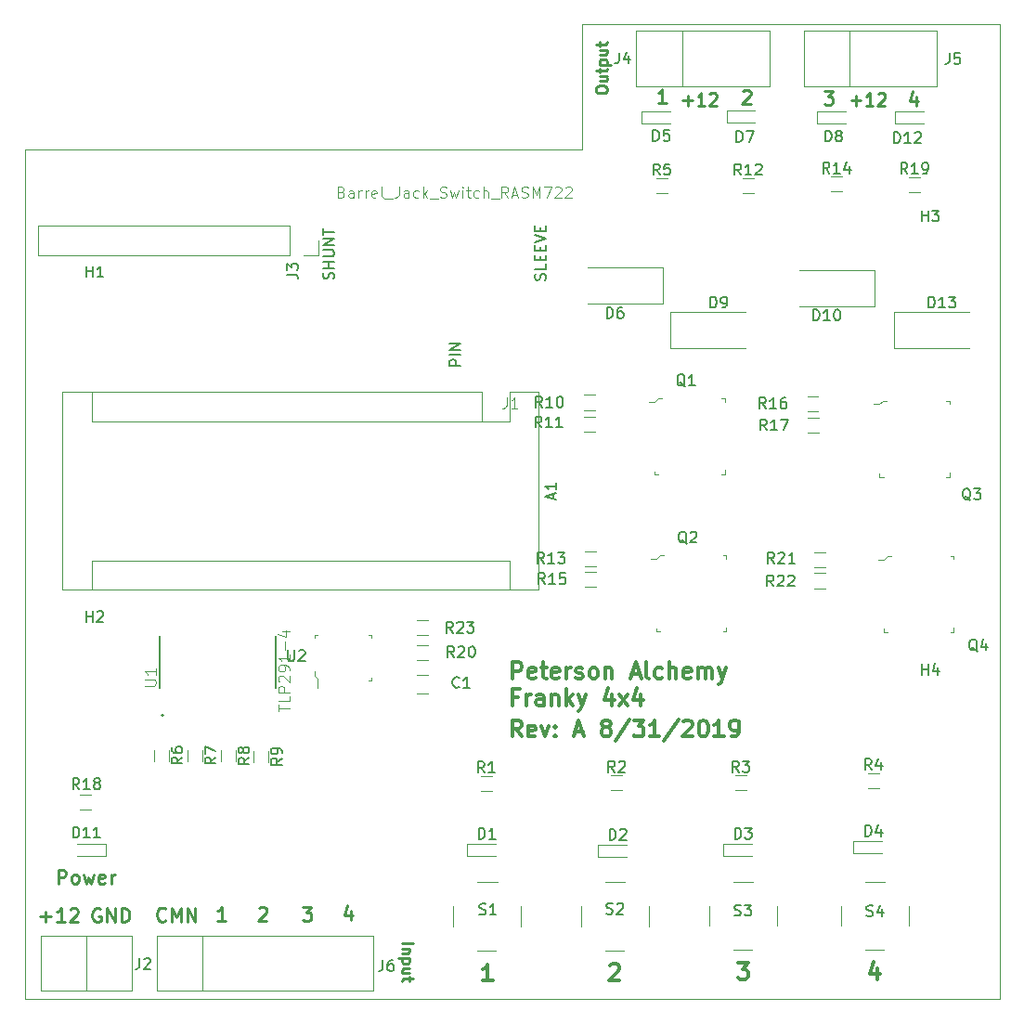
<source format=gbr>
%TF.GenerationSoftware,KiCad,Pcbnew,(5.1.2-1)-1*%
%TF.CreationDate,2019-09-01T22:37:37-05:00*%
%TF.ProjectId,FrankyAlpha,4672616e-6b79-4416-9c70-68612e6b6963,rev?*%
%TF.SameCoordinates,Original*%
%TF.FileFunction,Legend,Top*%
%TF.FilePolarity,Positive*%
%FSLAX46Y46*%
G04 Gerber Fmt 4.6, Leading zero omitted, Abs format (unit mm)*
G04 Created by KiCad (PCBNEW (5.1.2-1)-1) date 2019-09-01 22:37:37*
%MOMM*%
%LPD*%
G04 APERTURE LIST*
%ADD10C,0.215900*%
%ADD11C,0.228600*%
%ADD12C,0.300000*%
%ADD13C,0.050000*%
%ADD14C,0.100000*%
%ADD15C,0.120000*%
%ADD16C,0.200000*%
%ADD17C,0.127000*%
%ADD18C,0.150000*%
G04 APERTURE END LIST*
D10*
X34389180Y-83776457D02*
X35405180Y-83776457D01*
X35066514Y-84260266D02*
X34389180Y-84260266D01*
X34969752Y-84260266D02*
X35018133Y-84308647D01*
X35066514Y-84405409D01*
X35066514Y-84550552D01*
X35018133Y-84647314D01*
X34921371Y-84695695D01*
X34389180Y-84695695D01*
X35066514Y-85179504D02*
X34050514Y-85179504D01*
X35018133Y-85179504D02*
X35066514Y-85276266D01*
X35066514Y-85469790D01*
X35018133Y-85566552D01*
X34969752Y-85614933D01*
X34872990Y-85663314D01*
X34582704Y-85663314D01*
X34485942Y-85614933D01*
X34437561Y-85566552D01*
X34389180Y-85469790D01*
X34389180Y-85276266D01*
X34437561Y-85179504D01*
X35066514Y-86534171D02*
X34389180Y-86534171D01*
X35066514Y-86098742D02*
X34534323Y-86098742D01*
X34437561Y-86147123D01*
X34389180Y-86243885D01*
X34389180Y-86389028D01*
X34437561Y-86485790D01*
X34485942Y-86534171D01*
X35066514Y-86872838D02*
X35066514Y-87259885D01*
X35405180Y-87017980D02*
X34534323Y-87017980D01*
X34437561Y-87066361D01*
X34389180Y-87163123D01*
X34389180Y-87259885D01*
X52072419Y-6018590D02*
X52072419Y-5825066D01*
X52120800Y-5728304D01*
X52217561Y-5631542D01*
X52411085Y-5583161D01*
X52749752Y-5583161D01*
X52943276Y-5631542D01*
X53040038Y-5728304D01*
X53088419Y-5825066D01*
X53088419Y-6018590D01*
X53040038Y-6115352D01*
X52943276Y-6212114D01*
X52749752Y-6260495D01*
X52411085Y-6260495D01*
X52217561Y-6212114D01*
X52120800Y-6115352D01*
X52072419Y-6018590D01*
X52411085Y-4712304D02*
X53088419Y-4712304D01*
X52411085Y-5147733D02*
X52943276Y-5147733D01*
X53040038Y-5099352D01*
X53088419Y-5002590D01*
X53088419Y-4857447D01*
X53040038Y-4760685D01*
X52991657Y-4712304D01*
X52411085Y-4373638D02*
X52411085Y-3986590D01*
X52072419Y-4228495D02*
X52943276Y-4228495D01*
X53040038Y-4180114D01*
X53088419Y-4083352D01*
X53088419Y-3986590D01*
X52411085Y-3647923D02*
X53427085Y-3647923D01*
X52459466Y-3647923D02*
X52411085Y-3551161D01*
X52411085Y-3357638D01*
X52459466Y-3260876D01*
X52507847Y-3212495D01*
X52604609Y-3164114D01*
X52894895Y-3164114D01*
X52991657Y-3212495D01*
X53040038Y-3260876D01*
X53088419Y-3357638D01*
X53088419Y-3551161D01*
X53040038Y-3647923D01*
X52411085Y-2293257D02*
X53088419Y-2293257D01*
X52411085Y-2728685D02*
X52943276Y-2728685D01*
X53040038Y-2680304D01*
X53088419Y-2583542D01*
X53088419Y-2438400D01*
X53040038Y-2341638D01*
X52991657Y-2293257D01*
X52411085Y-1954590D02*
X52411085Y-1567542D01*
X52072419Y-1809447D02*
X52943276Y-1809447D01*
X53040038Y-1761066D01*
X53088419Y-1664304D01*
X53088419Y-1567542D01*
D11*
X59994800Y-6939642D02*
X60865657Y-6939642D01*
X60430228Y-7375071D02*
X60430228Y-6504214D01*
X62008657Y-7375071D02*
X61355514Y-7375071D01*
X61682085Y-7375071D02*
X61682085Y-6232071D01*
X61573228Y-6395357D01*
X61464371Y-6504214D01*
X61355514Y-6558642D01*
X62444085Y-6340928D02*
X62498514Y-6286500D01*
X62607371Y-6232071D01*
X62879514Y-6232071D01*
X62988371Y-6286500D01*
X63042800Y-6340928D01*
X63097228Y-6449785D01*
X63097228Y-6558642D01*
X63042800Y-6721928D01*
X62389657Y-7375071D01*
X63097228Y-7375071D01*
X75336400Y-6939642D02*
X76207257Y-6939642D01*
X75771828Y-7375071D02*
X75771828Y-6504214D01*
X77350257Y-7375071D02*
X76697114Y-7375071D01*
X77023685Y-7375071D02*
X77023685Y-6232071D01*
X76914828Y-6395357D01*
X76805971Y-6504214D01*
X76697114Y-6558642D01*
X77785685Y-6340928D02*
X77840114Y-6286500D01*
X77948971Y-6232071D01*
X78221114Y-6232071D01*
X78329971Y-6286500D01*
X78384400Y-6340928D01*
X78438828Y-6449785D01*
X78438828Y-6558642D01*
X78384400Y-6721928D01*
X77731257Y-7375071D01*
X78438828Y-7375071D01*
X81267904Y-6535057D02*
X81267904Y-7381723D01*
X80965523Y-6051247D02*
X80663142Y-6958390D01*
X81449333Y-6958390D01*
X72881066Y-6060923D02*
X73667257Y-6060923D01*
X73243923Y-6544733D01*
X73425352Y-6544733D01*
X73546304Y-6605209D01*
X73606780Y-6665685D01*
X73667257Y-6786638D01*
X73667257Y-7089019D01*
X73606780Y-7209971D01*
X73546304Y-7270447D01*
X73425352Y-7330923D01*
X73062495Y-7330923D01*
X72941542Y-7270447D01*
X72881066Y-7209971D01*
X65473942Y-6080276D02*
X65534419Y-6019800D01*
X65655371Y-5959323D01*
X65957752Y-5959323D01*
X66078704Y-6019800D01*
X66139180Y-6080276D01*
X66199657Y-6201228D01*
X66199657Y-6322180D01*
X66139180Y-6503609D01*
X65413466Y-7229323D01*
X66199657Y-7229323D01*
X58478057Y-7178523D02*
X57752342Y-7178523D01*
X58115200Y-7178523D02*
X58115200Y-5908523D01*
X57994247Y-6089952D01*
X57873295Y-6210904D01*
X57752342Y-6271380D01*
D12*
X77755714Y-86089371D02*
X77755714Y-87089371D01*
X77398571Y-85517942D02*
X77041428Y-86589371D01*
X77970000Y-86589371D01*
X65032000Y-85589371D02*
X65960571Y-85589371D01*
X65460571Y-86160800D01*
X65674857Y-86160800D01*
X65817714Y-86232228D01*
X65889142Y-86303657D01*
X65960571Y-86446514D01*
X65960571Y-86803657D01*
X65889142Y-86946514D01*
X65817714Y-87017942D01*
X65674857Y-87089371D01*
X65246285Y-87089371D01*
X65103428Y-87017942D01*
X65032000Y-86946514D01*
X53368628Y-85783028D02*
X53440057Y-85711600D01*
X53582914Y-85640171D01*
X53940057Y-85640171D01*
X54082914Y-85711600D01*
X54154342Y-85783028D01*
X54225771Y-85925885D01*
X54225771Y-86068742D01*
X54154342Y-86283028D01*
X53297200Y-87140171D01*
X54225771Y-87140171D01*
X42643371Y-87190971D02*
X41786228Y-87190971D01*
X42214800Y-87190971D02*
X42214800Y-85690971D01*
X42071942Y-85905257D01*
X41929085Y-86048114D01*
X41786228Y-86119542D01*
D11*
X3027438Y-78349323D02*
X3027438Y-77079323D01*
X3511247Y-77079323D01*
X3632200Y-77139800D01*
X3692676Y-77200276D01*
X3753152Y-77321228D01*
X3753152Y-77502657D01*
X3692676Y-77623609D01*
X3632200Y-77684085D01*
X3511247Y-77744561D01*
X3027438Y-77744561D01*
X4478866Y-78349323D02*
X4357914Y-78288847D01*
X4297438Y-78228371D01*
X4236961Y-78107419D01*
X4236961Y-77744561D01*
X4297438Y-77623609D01*
X4357914Y-77563133D01*
X4478866Y-77502657D01*
X4660295Y-77502657D01*
X4781247Y-77563133D01*
X4841723Y-77623609D01*
X4902200Y-77744561D01*
X4902200Y-78107419D01*
X4841723Y-78228371D01*
X4781247Y-78288847D01*
X4660295Y-78349323D01*
X4478866Y-78349323D01*
X5325533Y-77502657D02*
X5567438Y-78349323D01*
X5809342Y-77744561D01*
X6051247Y-78349323D01*
X6293152Y-77502657D01*
X7260771Y-78288847D02*
X7139819Y-78349323D01*
X6897914Y-78349323D01*
X6776961Y-78288847D01*
X6716485Y-78167895D01*
X6716485Y-77684085D01*
X6776961Y-77563133D01*
X6897914Y-77502657D01*
X7139819Y-77502657D01*
X7260771Y-77563133D01*
X7321247Y-77684085D01*
X7321247Y-77805038D01*
X6716485Y-77925990D01*
X7865533Y-78349323D02*
X7865533Y-77502657D01*
X7865533Y-77744561D02*
X7926009Y-77623609D01*
X7986485Y-77563133D01*
X8107438Y-77502657D01*
X8228390Y-77502657D01*
X29705904Y-80804657D02*
X29705904Y-81651323D01*
X29403523Y-80320847D02*
X29101142Y-81227990D01*
X29887333Y-81227990D01*
X25332266Y-80482923D02*
X26118457Y-80482923D01*
X25695123Y-80966733D01*
X25876552Y-80966733D01*
X25997504Y-81027209D01*
X26057980Y-81087685D01*
X26118457Y-81208638D01*
X26118457Y-81511019D01*
X26057980Y-81631971D01*
X25997504Y-81692447D01*
X25876552Y-81752923D01*
X25513695Y-81752923D01*
X25392742Y-81692447D01*
X25332266Y-81631971D01*
X21328742Y-80603876D02*
X21389219Y-80543400D01*
X21510171Y-80482923D01*
X21812552Y-80482923D01*
X21933504Y-80543400D01*
X21993980Y-80603876D01*
X22054457Y-80724828D01*
X22054457Y-80845780D01*
X21993980Y-81027209D01*
X21268266Y-81752923D01*
X22054457Y-81752923D01*
X18295257Y-81752923D02*
X17569542Y-81752923D01*
X17932400Y-81752923D02*
X17932400Y-80482923D01*
X17811447Y-80664352D01*
X17690495Y-80785304D01*
X17569542Y-80845780D01*
X12819742Y-81682771D02*
X12759266Y-81743247D01*
X12577838Y-81803723D01*
X12456885Y-81803723D01*
X12275457Y-81743247D01*
X12154504Y-81622295D01*
X12094028Y-81501342D01*
X12033552Y-81259438D01*
X12033552Y-81078009D01*
X12094028Y-80836104D01*
X12154504Y-80715152D01*
X12275457Y-80594200D01*
X12456885Y-80533723D01*
X12577838Y-80533723D01*
X12759266Y-80594200D01*
X12819742Y-80654676D01*
X13364028Y-81803723D02*
X13364028Y-80533723D01*
X13787361Y-81440866D01*
X14210695Y-80533723D01*
X14210695Y-81803723D01*
X14815457Y-81803723D02*
X14815457Y-80533723D01*
X15541171Y-81803723D01*
X15541171Y-80533723D01*
X6855580Y-80645000D02*
X6734628Y-80584523D01*
X6553200Y-80584523D01*
X6371771Y-80645000D01*
X6250819Y-80765952D01*
X6190342Y-80886904D01*
X6129866Y-81128809D01*
X6129866Y-81310238D01*
X6190342Y-81552142D01*
X6250819Y-81673095D01*
X6371771Y-81794047D01*
X6553200Y-81854523D01*
X6674152Y-81854523D01*
X6855580Y-81794047D01*
X6916057Y-81733571D01*
X6916057Y-81310238D01*
X6674152Y-81310238D01*
X7460342Y-81854523D02*
X7460342Y-80584523D01*
X8186057Y-81854523D01*
X8186057Y-80584523D01*
X8790819Y-81854523D02*
X8790819Y-80584523D01*
X9093200Y-80584523D01*
X9274628Y-80645000D01*
X9395580Y-80765952D01*
X9456057Y-80886904D01*
X9516533Y-81128809D01*
X9516533Y-81310238D01*
X9456057Y-81552142D01*
X9395580Y-81673095D01*
X9274628Y-81794047D01*
X9093200Y-81854523D01*
X8790819Y-81854523D01*
X1405466Y-81370714D02*
X2373085Y-81370714D01*
X1889276Y-81854523D02*
X1889276Y-80886904D01*
X3643085Y-81854523D02*
X2917371Y-81854523D01*
X3280228Y-81854523D02*
X3280228Y-80584523D01*
X3159276Y-80765952D01*
X3038323Y-80886904D01*
X2917371Y-80947380D01*
X4126895Y-80705476D02*
X4187371Y-80645000D01*
X4308323Y-80584523D01*
X4610704Y-80584523D01*
X4731657Y-80645000D01*
X4792133Y-80705476D01*
X4852609Y-80826428D01*
X4852609Y-80947380D01*
X4792133Y-81128809D01*
X4066419Y-81854523D01*
X4852609Y-81854523D01*
D12*
X45298114Y-64940571D02*
X44798114Y-64226285D01*
X44440971Y-64940571D02*
X44440971Y-63440571D01*
X45012400Y-63440571D01*
X45155257Y-63512000D01*
X45226685Y-63583428D01*
X45298114Y-63726285D01*
X45298114Y-63940571D01*
X45226685Y-64083428D01*
X45155257Y-64154857D01*
X45012400Y-64226285D01*
X44440971Y-64226285D01*
X46512400Y-64869142D02*
X46369542Y-64940571D01*
X46083828Y-64940571D01*
X45940971Y-64869142D01*
X45869542Y-64726285D01*
X45869542Y-64154857D01*
X45940971Y-64012000D01*
X46083828Y-63940571D01*
X46369542Y-63940571D01*
X46512400Y-64012000D01*
X46583828Y-64154857D01*
X46583828Y-64297714D01*
X45869542Y-64440571D01*
X47083828Y-63940571D02*
X47440971Y-64940571D01*
X47798114Y-63940571D01*
X48369542Y-64797714D02*
X48440971Y-64869142D01*
X48369542Y-64940571D01*
X48298114Y-64869142D01*
X48369542Y-64797714D01*
X48369542Y-64940571D01*
X48369542Y-64012000D02*
X48440971Y-64083428D01*
X48369542Y-64154857D01*
X48298114Y-64083428D01*
X48369542Y-64012000D01*
X48369542Y-64154857D01*
X50155257Y-64512000D02*
X50869542Y-64512000D01*
X50012400Y-64940571D02*
X50512400Y-63440571D01*
X51012400Y-64940571D01*
X52869542Y-64083428D02*
X52726685Y-64012000D01*
X52655257Y-63940571D01*
X52583828Y-63797714D01*
X52583828Y-63726285D01*
X52655257Y-63583428D01*
X52726685Y-63512000D01*
X52869542Y-63440571D01*
X53155257Y-63440571D01*
X53298114Y-63512000D01*
X53369542Y-63583428D01*
X53440971Y-63726285D01*
X53440971Y-63797714D01*
X53369542Y-63940571D01*
X53298114Y-64012000D01*
X53155257Y-64083428D01*
X52869542Y-64083428D01*
X52726685Y-64154857D01*
X52655257Y-64226285D01*
X52583828Y-64369142D01*
X52583828Y-64654857D01*
X52655257Y-64797714D01*
X52726685Y-64869142D01*
X52869542Y-64940571D01*
X53155257Y-64940571D01*
X53298114Y-64869142D01*
X53369542Y-64797714D01*
X53440971Y-64654857D01*
X53440971Y-64369142D01*
X53369542Y-64226285D01*
X53298114Y-64154857D01*
X53155257Y-64083428D01*
X55155257Y-63369142D02*
X53869542Y-65297714D01*
X55512400Y-63440571D02*
X56440971Y-63440571D01*
X55940971Y-64012000D01*
X56155257Y-64012000D01*
X56298114Y-64083428D01*
X56369542Y-64154857D01*
X56440971Y-64297714D01*
X56440971Y-64654857D01*
X56369542Y-64797714D01*
X56298114Y-64869142D01*
X56155257Y-64940571D01*
X55726685Y-64940571D01*
X55583828Y-64869142D01*
X55512400Y-64797714D01*
X57869542Y-64940571D02*
X57012400Y-64940571D01*
X57440971Y-64940571D02*
X57440971Y-63440571D01*
X57298114Y-63654857D01*
X57155257Y-63797714D01*
X57012400Y-63869142D01*
X59583828Y-63369142D02*
X58298114Y-65297714D01*
X60012400Y-63583428D02*
X60083828Y-63512000D01*
X60226685Y-63440571D01*
X60583828Y-63440571D01*
X60726685Y-63512000D01*
X60798114Y-63583428D01*
X60869542Y-63726285D01*
X60869542Y-63869142D01*
X60798114Y-64083428D01*
X59940971Y-64940571D01*
X60869542Y-64940571D01*
X61798114Y-63440571D02*
X61940971Y-63440571D01*
X62083828Y-63512000D01*
X62155257Y-63583428D01*
X62226685Y-63726285D01*
X62298114Y-64012000D01*
X62298114Y-64369142D01*
X62226685Y-64654857D01*
X62155257Y-64797714D01*
X62083828Y-64869142D01*
X61940971Y-64940571D01*
X61798114Y-64940571D01*
X61655257Y-64869142D01*
X61583828Y-64797714D01*
X61512400Y-64654857D01*
X61440971Y-64369142D01*
X61440971Y-64012000D01*
X61512400Y-63726285D01*
X61583828Y-63583428D01*
X61655257Y-63512000D01*
X61798114Y-63440571D01*
X63726685Y-64940571D02*
X62869542Y-64940571D01*
X63298114Y-64940571D02*
X63298114Y-63440571D01*
X63155257Y-63654857D01*
X63012400Y-63797714D01*
X62869542Y-63869142D01*
X64440971Y-64940571D02*
X64726685Y-64940571D01*
X64869542Y-64869142D01*
X64940971Y-64797714D01*
X65083828Y-64583428D01*
X65155257Y-64297714D01*
X65155257Y-63726285D01*
X65083828Y-63583428D01*
X65012400Y-63512000D01*
X64869542Y-63440571D01*
X64583828Y-63440571D01*
X64440971Y-63512000D01*
X64369542Y-63583428D01*
X64298114Y-63726285D01*
X64298114Y-64083428D01*
X64369542Y-64226285D01*
X64440971Y-64297714D01*
X64583828Y-64369142D01*
X64869542Y-64369142D01*
X65012400Y-64297714D01*
X65083828Y-64226285D01*
X65155257Y-64083428D01*
X44949942Y-61310057D02*
X44449942Y-61310057D01*
X44449942Y-62095771D02*
X44449942Y-60595771D01*
X45164228Y-60595771D01*
X45735657Y-62095771D02*
X45735657Y-61095771D01*
X45735657Y-61381485D02*
X45807085Y-61238628D01*
X45878514Y-61167200D01*
X46021371Y-61095771D01*
X46164228Y-61095771D01*
X47307085Y-62095771D02*
X47307085Y-61310057D01*
X47235657Y-61167200D01*
X47092800Y-61095771D01*
X46807085Y-61095771D01*
X46664228Y-61167200D01*
X47307085Y-62024342D02*
X47164228Y-62095771D01*
X46807085Y-62095771D01*
X46664228Y-62024342D01*
X46592800Y-61881485D01*
X46592800Y-61738628D01*
X46664228Y-61595771D01*
X46807085Y-61524342D01*
X47164228Y-61524342D01*
X47307085Y-61452914D01*
X48021371Y-61095771D02*
X48021371Y-62095771D01*
X48021371Y-61238628D02*
X48092800Y-61167200D01*
X48235657Y-61095771D01*
X48449942Y-61095771D01*
X48592800Y-61167200D01*
X48664228Y-61310057D01*
X48664228Y-62095771D01*
X49378514Y-62095771D02*
X49378514Y-60595771D01*
X49521371Y-61524342D02*
X49949942Y-62095771D01*
X49949942Y-61095771D02*
X49378514Y-61667200D01*
X50449942Y-61095771D02*
X50807085Y-62095771D01*
X51164228Y-61095771D02*
X50807085Y-62095771D01*
X50664228Y-62452914D01*
X50592800Y-62524342D01*
X50449942Y-62595771D01*
X53521371Y-61095771D02*
X53521371Y-62095771D01*
X53164228Y-60524342D02*
X52807085Y-61595771D01*
X53735657Y-61595771D01*
X54164228Y-62095771D02*
X54949942Y-61095771D01*
X54164228Y-61095771D02*
X54949942Y-62095771D01*
X56164228Y-61095771D02*
X56164228Y-62095771D01*
X55807085Y-60524342D02*
X55449942Y-61595771D01*
X56378514Y-61595771D01*
X44474228Y-59657371D02*
X44474228Y-58157371D01*
X45045657Y-58157371D01*
X45188514Y-58228800D01*
X45259942Y-58300228D01*
X45331371Y-58443085D01*
X45331371Y-58657371D01*
X45259942Y-58800228D01*
X45188514Y-58871657D01*
X45045657Y-58943085D01*
X44474228Y-58943085D01*
X46545657Y-59585942D02*
X46402800Y-59657371D01*
X46117085Y-59657371D01*
X45974228Y-59585942D01*
X45902800Y-59443085D01*
X45902800Y-58871657D01*
X45974228Y-58728800D01*
X46117085Y-58657371D01*
X46402800Y-58657371D01*
X46545657Y-58728800D01*
X46617085Y-58871657D01*
X46617085Y-59014514D01*
X45902800Y-59157371D01*
X47045657Y-58657371D02*
X47617085Y-58657371D01*
X47259942Y-58157371D02*
X47259942Y-59443085D01*
X47331371Y-59585942D01*
X47474228Y-59657371D01*
X47617085Y-59657371D01*
X48688514Y-59585942D02*
X48545657Y-59657371D01*
X48259942Y-59657371D01*
X48117085Y-59585942D01*
X48045657Y-59443085D01*
X48045657Y-58871657D01*
X48117085Y-58728800D01*
X48259942Y-58657371D01*
X48545657Y-58657371D01*
X48688514Y-58728800D01*
X48759942Y-58871657D01*
X48759942Y-59014514D01*
X48045657Y-59157371D01*
X49402800Y-59657371D02*
X49402800Y-58657371D01*
X49402800Y-58943085D02*
X49474228Y-58800228D01*
X49545657Y-58728800D01*
X49688514Y-58657371D01*
X49831371Y-58657371D01*
X50259942Y-59585942D02*
X50402800Y-59657371D01*
X50688514Y-59657371D01*
X50831371Y-59585942D01*
X50902800Y-59443085D01*
X50902800Y-59371657D01*
X50831371Y-59228800D01*
X50688514Y-59157371D01*
X50474228Y-59157371D01*
X50331371Y-59085942D01*
X50259942Y-58943085D01*
X50259942Y-58871657D01*
X50331371Y-58728800D01*
X50474228Y-58657371D01*
X50688514Y-58657371D01*
X50831371Y-58728800D01*
X51759942Y-59657371D02*
X51617085Y-59585942D01*
X51545657Y-59514514D01*
X51474228Y-59371657D01*
X51474228Y-58943085D01*
X51545657Y-58800228D01*
X51617085Y-58728800D01*
X51759942Y-58657371D01*
X51974228Y-58657371D01*
X52117085Y-58728800D01*
X52188514Y-58800228D01*
X52259942Y-58943085D01*
X52259942Y-59371657D01*
X52188514Y-59514514D01*
X52117085Y-59585942D01*
X51974228Y-59657371D01*
X51759942Y-59657371D01*
X52902800Y-58657371D02*
X52902800Y-59657371D01*
X52902800Y-58800228D02*
X52974228Y-58728800D01*
X53117085Y-58657371D01*
X53331371Y-58657371D01*
X53474228Y-58728800D01*
X53545657Y-58871657D01*
X53545657Y-59657371D01*
X55331371Y-59228800D02*
X56045657Y-59228800D01*
X55188514Y-59657371D02*
X55688514Y-58157371D01*
X56188514Y-59657371D01*
X56902800Y-59657371D02*
X56759942Y-59585942D01*
X56688514Y-59443085D01*
X56688514Y-58157371D01*
X58117085Y-59585942D02*
X57974228Y-59657371D01*
X57688514Y-59657371D01*
X57545657Y-59585942D01*
X57474228Y-59514514D01*
X57402800Y-59371657D01*
X57402800Y-58943085D01*
X57474228Y-58800228D01*
X57545657Y-58728800D01*
X57688514Y-58657371D01*
X57974228Y-58657371D01*
X58117085Y-58728800D01*
X58759942Y-59657371D02*
X58759942Y-58157371D01*
X59402800Y-59657371D02*
X59402800Y-58871657D01*
X59331371Y-58728800D01*
X59188514Y-58657371D01*
X58974228Y-58657371D01*
X58831371Y-58728800D01*
X58759942Y-58800228D01*
X60688514Y-59585942D02*
X60545657Y-59657371D01*
X60259942Y-59657371D01*
X60117085Y-59585942D01*
X60045657Y-59443085D01*
X60045657Y-58871657D01*
X60117085Y-58728800D01*
X60259942Y-58657371D01*
X60545657Y-58657371D01*
X60688514Y-58728800D01*
X60759942Y-58871657D01*
X60759942Y-59014514D01*
X60045657Y-59157371D01*
X61402800Y-59657371D02*
X61402800Y-58657371D01*
X61402800Y-58800228D02*
X61474228Y-58728800D01*
X61617085Y-58657371D01*
X61831371Y-58657371D01*
X61974228Y-58728800D01*
X62045657Y-58871657D01*
X62045657Y-59657371D01*
X62045657Y-58871657D02*
X62117085Y-58728800D01*
X62259942Y-58657371D01*
X62474228Y-58657371D01*
X62617085Y-58728800D01*
X62688514Y-58871657D01*
X62688514Y-59657371D01*
X63259942Y-58657371D02*
X63617085Y-59657371D01*
X63974228Y-58657371D02*
X63617085Y-59657371D01*
X63474228Y-60014514D01*
X63402800Y-60085942D01*
X63259942Y-60157371D01*
D13*
X50800000Y0D02*
X88900000Y0D01*
X88900000Y-88900000D02*
X88900000Y0D01*
X0Y-88900000D02*
X88900000Y-88900000D01*
X0Y-11430000D02*
X0Y-88900000D01*
D14*
X50800000Y-11430000D02*
X0Y-11430000D01*
X50800000Y0D02*
X50800000Y-11430000D01*
D15*
X46866000Y-51565000D02*
X46866000Y-33525000D01*
X3426000Y-51565000D02*
X46866000Y-51565000D01*
X3426000Y-33525000D02*
X3426000Y-51565000D01*
X6096000Y-36195000D02*
X6096000Y-33525000D01*
X41656000Y-36195000D02*
X6096000Y-36195000D01*
X41656000Y-36195000D02*
X41656000Y-33525000D01*
X6096000Y-48895000D02*
X6096000Y-51565000D01*
X44196000Y-48895000D02*
X6096000Y-48895000D01*
X44196000Y-48895000D02*
X44196000Y-51565000D01*
X46866000Y-33525000D02*
X44196000Y-33525000D01*
X41656000Y-33525000D02*
X3426000Y-33525000D01*
X44196000Y-36195000D02*
X44196000Y-33525000D01*
X41656000Y-36195000D02*
X44196000Y-36195000D01*
X36771200Y-59297200D02*
X35771200Y-59297200D01*
X35771200Y-60997200D02*
X36771200Y-60997200D01*
X40313200Y-74710200D02*
X40313200Y-75810200D01*
X40313200Y-75810200D02*
X42913200Y-75810200D01*
X40313200Y-74710200D02*
X42913200Y-74710200D01*
X52251200Y-74811800D02*
X54851200Y-74811800D01*
X52251200Y-75911800D02*
X54851200Y-75911800D01*
X52251200Y-74811800D02*
X52251200Y-75911800D01*
X63681200Y-74710200D02*
X63681200Y-75810200D01*
X63681200Y-75810200D02*
X66281200Y-75810200D01*
X63681200Y-74710200D02*
X66281200Y-74710200D01*
X75568400Y-74456200D02*
X78168400Y-74456200D01*
X75568400Y-75556200D02*
X78168400Y-75556200D01*
X75568400Y-74456200D02*
X75568400Y-75556200D01*
X56264400Y-7882800D02*
X58864400Y-7882800D01*
X56264400Y-8982800D02*
X58864400Y-8982800D01*
X56264400Y-7882800D02*
X56264400Y-8982800D01*
X58197200Y-25475200D02*
X51297200Y-25475200D01*
X58197200Y-22175200D02*
X51297200Y-22175200D01*
X58197200Y-25475200D02*
X58197200Y-22175200D01*
X63986000Y-7832000D02*
X66586000Y-7832000D01*
X63986000Y-8932000D02*
X66586000Y-8932000D01*
X63986000Y-7832000D02*
X63986000Y-8932000D01*
X72215600Y-7882800D02*
X72215600Y-8982800D01*
X72215600Y-8982800D02*
X74815600Y-8982800D01*
X72215600Y-7882800D02*
X74815600Y-7882800D01*
X58846000Y-26213800D02*
X65746000Y-26213800D01*
X58846000Y-29513800D02*
X65746000Y-29513800D01*
X58846000Y-26213800D02*
X58846000Y-29513800D01*
X77501200Y-25678400D02*
X77501200Y-22378400D01*
X77501200Y-22378400D02*
X70601200Y-22378400D01*
X77501200Y-25678400D02*
X70601200Y-25678400D01*
X7337200Y-75784800D02*
X4737200Y-75784800D01*
X7337200Y-74684800D02*
X4737200Y-74684800D01*
X7337200Y-75784800D02*
X7337200Y-74684800D01*
X79327600Y-7882800D02*
X79327600Y-8982800D01*
X79327600Y-8982800D02*
X81927600Y-8982800D01*
X79327600Y-7882800D02*
X81927600Y-7882800D01*
X79216800Y-26213800D02*
X79216800Y-29513800D01*
X79216800Y-29513800D02*
X86116800Y-29513800D01*
X79216800Y-26213800D02*
X86116800Y-26213800D01*
X1433000Y-83072600D02*
X9743000Y-83072600D01*
X9743000Y-83072600D02*
X9743000Y-88072600D01*
X9743000Y-88072600D02*
X1433000Y-88072600D01*
X1433000Y-88072600D02*
X1433000Y-83072600D01*
X5588000Y-83072600D02*
X5588000Y-88072600D01*
X24130000Y-18355000D02*
X24130000Y-21015000D01*
X24130000Y-18355000D02*
X1210000Y-18355000D01*
X1210000Y-18355000D02*
X1210000Y-21015000D01*
X24130000Y-21015000D02*
X1210000Y-21015000D01*
X26730000Y-21015000D02*
X25400000Y-21015000D01*
X26730000Y-19685000D02*
X26730000Y-21015000D01*
X55763600Y-598800D02*
X67883600Y-598800D01*
X67883600Y-598800D02*
X67883600Y-5598800D01*
X67883600Y-5598800D02*
X55763600Y-5598800D01*
X55763600Y-5598800D02*
X55763600Y-598800D01*
X59918600Y-598800D02*
X59918600Y-5598800D01*
X75209400Y-598800D02*
X75209400Y-5598800D01*
X71054400Y-5598800D02*
X71054400Y-598800D01*
X83174400Y-5598800D02*
X71054400Y-5598800D01*
X83174400Y-598800D02*
X83174400Y-5598800D01*
X71054400Y-598800D02*
X83174400Y-598800D01*
X11999400Y-83098000D02*
X31739400Y-83098000D01*
X31739400Y-83098000D02*
X31739400Y-88098000D01*
X31739400Y-88098000D02*
X11999400Y-88098000D01*
X11999400Y-88098000D02*
X11999400Y-83098000D01*
X16154400Y-83098000D02*
X16154400Y-88098000D01*
D14*
X63809600Y-41036600D02*
X63809600Y-40636600D01*
X63509600Y-41036600D02*
X63809600Y-41036600D01*
X57389600Y-41036600D02*
X57389600Y-40736600D01*
X57789600Y-41036600D02*
X57389600Y-41036600D01*
X57729600Y-34096600D02*
X57429600Y-34406600D01*
X58109600Y-34096600D02*
X57729600Y-34096600D01*
X63809600Y-34096600D02*
X63509600Y-34096600D01*
X63809600Y-34396600D02*
X63809600Y-34096600D01*
X57429600Y-34406600D02*
X56929600Y-34406600D01*
X57582000Y-48732200D02*
X57082000Y-48732200D01*
X63962000Y-48722200D02*
X63962000Y-48422200D01*
X63962000Y-48422200D02*
X63662000Y-48422200D01*
X58262000Y-48422200D02*
X57882000Y-48422200D01*
X57882000Y-48422200D02*
X57582000Y-48732200D01*
X57942000Y-55362200D02*
X57542000Y-55362200D01*
X57542000Y-55362200D02*
X57542000Y-55062200D01*
X63662000Y-55362200D02*
X63962000Y-55362200D01*
X63962000Y-55362200D02*
X63962000Y-54962200D01*
X84307400Y-41239800D02*
X84307400Y-40839800D01*
X84007400Y-41239800D02*
X84307400Y-41239800D01*
X77887400Y-41239800D02*
X77887400Y-40939800D01*
X78287400Y-41239800D02*
X77887400Y-41239800D01*
X78227400Y-34299800D02*
X77927400Y-34609800D01*
X78607400Y-34299800D02*
X78227400Y-34299800D01*
X84307400Y-34299800D02*
X84007400Y-34299800D01*
X84307400Y-34599800D02*
X84307400Y-34299800D01*
X77927400Y-34609800D02*
X77427400Y-34609800D01*
X78333800Y-48783000D02*
X77833800Y-48783000D01*
X84713800Y-48773000D02*
X84713800Y-48473000D01*
X84713800Y-48473000D02*
X84413800Y-48473000D01*
X79013800Y-48473000D02*
X78633800Y-48473000D01*
X78633800Y-48473000D02*
X78333800Y-48783000D01*
X78693800Y-55413000D02*
X78293800Y-55413000D01*
X78293800Y-55413000D02*
X78293800Y-55113000D01*
X84413800Y-55413000D02*
X84713800Y-55413000D01*
X84713800Y-55413000D02*
X84713800Y-55013000D01*
D15*
X42562400Y-69895000D02*
X41562400Y-69895000D01*
X41562400Y-68535000D02*
X42562400Y-68535000D01*
X53449600Y-68484200D02*
X54449600Y-68484200D01*
X54449600Y-69844200D02*
X53449600Y-69844200D01*
X65778000Y-69844200D02*
X64778000Y-69844200D01*
X64778000Y-68484200D02*
X65778000Y-68484200D01*
X76868400Y-68281000D02*
X77868400Y-68281000D01*
X77868400Y-69641000D02*
X76868400Y-69641000D01*
X57564400Y-14026600D02*
X58564400Y-14026600D01*
X58564400Y-15386600D02*
X57564400Y-15386600D01*
X13126000Y-66149600D02*
X13126000Y-67149600D01*
X11766000Y-67149600D02*
X11766000Y-66149600D01*
X16174000Y-66149600D02*
X16174000Y-67149600D01*
X14814000Y-67149600D02*
X14814000Y-66149600D01*
X19222000Y-66182800D02*
X19222000Y-67182800D01*
X17862000Y-67182800D02*
X17862000Y-66182800D01*
X20859200Y-67251200D02*
X20859200Y-66251200D01*
X22219200Y-66251200D02*
X22219200Y-67251200D01*
X51960400Y-35147800D02*
X50960400Y-35147800D01*
X50960400Y-33787800D02*
X51960400Y-33787800D01*
X51960400Y-37129000D02*
X50960400Y-37129000D01*
X50960400Y-35769000D02*
X51960400Y-35769000D01*
X66438400Y-15386600D02*
X65438400Y-15386600D01*
X65438400Y-14026600D02*
X66438400Y-14026600D01*
X52079600Y-49422600D02*
X51079600Y-49422600D01*
X51079600Y-48062600D02*
X52079600Y-48062600D01*
X73515600Y-13874200D02*
X74515600Y-13874200D01*
X74515600Y-15234200D02*
X73515600Y-15234200D01*
X52062000Y-51251400D02*
X51062000Y-51251400D01*
X51062000Y-49891400D02*
X52062000Y-49891400D01*
X71356600Y-33940200D02*
X72356600Y-33940200D01*
X72356600Y-35300200D02*
X71356600Y-35300200D01*
X71407400Y-35870600D02*
X72407400Y-35870600D01*
X72407400Y-37230600D02*
X71407400Y-37230600D01*
X5037200Y-70236800D02*
X6037200Y-70236800D01*
X6037200Y-71596800D02*
X5037200Y-71596800D01*
X81627600Y-15285000D02*
X80627600Y-15285000D01*
X80627600Y-13925000D02*
X81627600Y-13925000D01*
X36720400Y-57931600D02*
X35720400Y-57931600D01*
X35720400Y-56571600D02*
X36720400Y-56571600D01*
X71966200Y-48113400D02*
X72966200Y-48113400D01*
X72966200Y-49473400D02*
X71966200Y-49473400D01*
X71966200Y-50043800D02*
X72966200Y-50043800D01*
X72966200Y-51403800D02*
X71966200Y-51403800D01*
X35720400Y-54336400D02*
X36720400Y-54336400D01*
X36720400Y-55696400D02*
X35720400Y-55696400D01*
D14*
X41264000Y-84430800D02*
X42964000Y-84430800D01*
X45264000Y-81330800D02*
X45264000Y-80430800D01*
X45264000Y-81330800D02*
X45264000Y-82230800D01*
X39064000Y-81330800D02*
X39064000Y-80430800D01*
X39064000Y-81330800D02*
X39064000Y-82230800D01*
X41264000Y-78230800D02*
X43064000Y-78230800D01*
X52897200Y-78230800D02*
X54697200Y-78230800D01*
X50697200Y-81330800D02*
X50697200Y-82230800D01*
X50697200Y-81330800D02*
X50697200Y-80430800D01*
X56897200Y-81330800D02*
X56897200Y-82230800D01*
X56897200Y-81330800D02*
X56897200Y-80430800D01*
X52897200Y-84430800D02*
X54597200Y-84430800D01*
X64581200Y-84380000D02*
X66281200Y-84380000D01*
X68581200Y-81280000D02*
X68581200Y-80380000D01*
X68581200Y-81280000D02*
X68581200Y-82180000D01*
X62381200Y-81280000D02*
X62381200Y-80380000D01*
X62381200Y-81280000D02*
X62381200Y-82180000D01*
X64581200Y-78180000D02*
X66381200Y-78180000D01*
X76620800Y-78180000D02*
X78420800Y-78180000D01*
X74420800Y-81280000D02*
X74420800Y-82180000D01*
X74420800Y-81280000D02*
X74420800Y-80380000D01*
X80620800Y-81280000D02*
X80620800Y-82180000D01*
X80620800Y-81280000D02*
X80620800Y-80380000D01*
X76620800Y-84380000D02*
X78320800Y-84380000D01*
D16*
X12641800Y-62975200D02*
G75*
G03X12641800Y-62975200I-100000J0D01*
G01*
D17*
X12301800Y-60465200D02*
X12301800Y-55765200D01*
X22851800Y-60465200D02*
X22851800Y-55765200D01*
D14*
X26406800Y-58959600D02*
X26406800Y-59359600D01*
X26406800Y-59359600D02*
X26706800Y-59659600D01*
X26706800Y-59659600D02*
X26706800Y-60459600D01*
X31306800Y-59859600D02*
X31606800Y-59859600D01*
X31606800Y-59859600D02*
X31606800Y-59559600D01*
X26706800Y-55659600D02*
X26406800Y-55659600D01*
X26406800Y-55659600D02*
X26406800Y-55959600D01*
X31306800Y-55659600D02*
X31606800Y-55659600D01*
X31606800Y-55659600D02*
X31606800Y-55959600D01*
D18*
X48172666Y-43259285D02*
X48172666Y-42783095D01*
X48458380Y-43354523D02*
X47458380Y-43021190D01*
X48458380Y-42687857D01*
X48458380Y-41830714D02*
X48458380Y-42402142D01*
X48458380Y-42116428D02*
X47458380Y-42116428D01*
X47601238Y-42211666D01*
X47696476Y-42306904D01*
X47744095Y-42402142D01*
X39609733Y-60402742D02*
X39562114Y-60450361D01*
X39419257Y-60497980D01*
X39324019Y-60497980D01*
X39181161Y-60450361D01*
X39085923Y-60355123D01*
X39038304Y-60259885D01*
X38990685Y-60069409D01*
X38990685Y-59926552D01*
X39038304Y-59736076D01*
X39085923Y-59640838D01*
X39181161Y-59545600D01*
X39324019Y-59497980D01*
X39419257Y-59497980D01*
X39562114Y-59545600D01*
X39609733Y-59593219D01*
X40562114Y-60497980D02*
X39990685Y-60497980D01*
X40276400Y-60497980D02*
X40276400Y-59497980D01*
X40181161Y-59640838D01*
X40085923Y-59736076D01*
X39990685Y-59783695D01*
X41375104Y-74262580D02*
X41375104Y-73262580D01*
X41613200Y-73262580D01*
X41756057Y-73310200D01*
X41851295Y-73405438D01*
X41898914Y-73500676D01*
X41946533Y-73691152D01*
X41946533Y-73834009D01*
X41898914Y-74024485D01*
X41851295Y-74119723D01*
X41756057Y-74214961D01*
X41613200Y-74262580D01*
X41375104Y-74262580D01*
X42898914Y-74262580D02*
X42327485Y-74262580D01*
X42613200Y-74262580D02*
X42613200Y-73262580D01*
X42517961Y-73405438D01*
X42422723Y-73500676D01*
X42327485Y-73548295D01*
X53313104Y-74364180D02*
X53313104Y-73364180D01*
X53551200Y-73364180D01*
X53694057Y-73411800D01*
X53789295Y-73507038D01*
X53836914Y-73602276D01*
X53884533Y-73792752D01*
X53884533Y-73935609D01*
X53836914Y-74126085D01*
X53789295Y-74221323D01*
X53694057Y-74316561D01*
X53551200Y-74364180D01*
X53313104Y-74364180D01*
X54265485Y-73459419D02*
X54313104Y-73411800D01*
X54408342Y-73364180D01*
X54646438Y-73364180D01*
X54741676Y-73411800D01*
X54789295Y-73459419D01*
X54836914Y-73554657D01*
X54836914Y-73649895D01*
X54789295Y-73792752D01*
X54217866Y-74364180D01*
X54836914Y-74364180D01*
X64743104Y-74262580D02*
X64743104Y-73262580D01*
X64981200Y-73262580D01*
X65124057Y-73310200D01*
X65219295Y-73405438D01*
X65266914Y-73500676D01*
X65314533Y-73691152D01*
X65314533Y-73834009D01*
X65266914Y-74024485D01*
X65219295Y-74119723D01*
X65124057Y-74214961D01*
X64981200Y-74262580D01*
X64743104Y-74262580D01*
X65647866Y-73262580D02*
X66266914Y-73262580D01*
X65933580Y-73643533D01*
X66076438Y-73643533D01*
X66171676Y-73691152D01*
X66219295Y-73738771D01*
X66266914Y-73834009D01*
X66266914Y-74072104D01*
X66219295Y-74167342D01*
X66171676Y-74214961D01*
X66076438Y-74262580D01*
X65790723Y-74262580D01*
X65695485Y-74214961D01*
X65647866Y-74167342D01*
X76630304Y-74008580D02*
X76630304Y-73008580D01*
X76868400Y-73008580D01*
X77011257Y-73056200D01*
X77106495Y-73151438D01*
X77154114Y-73246676D01*
X77201733Y-73437152D01*
X77201733Y-73580009D01*
X77154114Y-73770485D01*
X77106495Y-73865723D01*
X77011257Y-73960961D01*
X76868400Y-74008580D01*
X76630304Y-74008580D01*
X78058876Y-73341914D02*
X78058876Y-74008580D01*
X77820780Y-72960961D02*
X77582685Y-73675247D01*
X78201733Y-73675247D01*
X57275504Y-10612380D02*
X57275504Y-9612380D01*
X57513600Y-9612380D01*
X57656457Y-9660000D01*
X57751695Y-9755238D01*
X57799314Y-9850476D01*
X57846933Y-10040952D01*
X57846933Y-10183809D01*
X57799314Y-10374285D01*
X57751695Y-10469523D01*
X57656457Y-10564761D01*
X57513600Y-10612380D01*
X57275504Y-10612380D01*
X58751695Y-9612380D02*
X58275504Y-9612380D01*
X58227885Y-10088571D01*
X58275504Y-10040952D01*
X58370742Y-9993333D01*
X58608838Y-9993333D01*
X58704076Y-10040952D01*
X58751695Y-10088571D01*
X58799314Y-10183809D01*
X58799314Y-10421904D01*
X58751695Y-10517142D01*
X58704076Y-10564761D01*
X58608838Y-10612380D01*
X58370742Y-10612380D01*
X58275504Y-10564761D01*
X58227885Y-10517142D01*
X53059104Y-26777580D02*
X53059104Y-25777580D01*
X53297200Y-25777580D01*
X53440057Y-25825200D01*
X53535295Y-25920438D01*
X53582914Y-26015676D01*
X53630533Y-26206152D01*
X53630533Y-26349009D01*
X53582914Y-26539485D01*
X53535295Y-26634723D01*
X53440057Y-26729961D01*
X53297200Y-26777580D01*
X53059104Y-26777580D01*
X54487676Y-25777580D02*
X54297200Y-25777580D01*
X54201961Y-25825200D01*
X54154342Y-25872819D01*
X54059104Y-26015676D01*
X54011485Y-26206152D01*
X54011485Y-26587104D01*
X54059104Y-26682342D01*
X54106723Y-26729961D01*
X54201961Y-26777580D01*
X54392438Y-26777580D01*
X54487676Y-26729961D01*
X54535295Y-26682342D01*
X54582914Y-26587104D01*
X54582914Y-26349009D01*
X54535295Y-26253771D01*
X54487676Y-26206152D01*
X54392438Y-26158533D01*
X54201961Y-26158533D01*
X54106723Y-26206152D01*
X54059104Y-26253771D01*
X54011485Y-26349009D01*
X64895504Y-10713980D02*
X64895504Y-9713980D01*
X65133600Y-9713980D01*
X65276457Y-9761600D01*
X65371695Y-9856838D01*
X65419314Y-9952076D01*
X65466933Y-10142552D01*
X65466933Y-10285409D01*
X65419314Y-10475885D01*
X65371695Y-10571123D01*
X65276457Y-10666361D01*
X65133600Y-10713980D01*
X64895504Y-10713980D01*
X65800266Y-9713980D02*
X66466933Y-9713980D01*
X66038361Y-10713980D01*
X72972704Y-10663180D02*
X72972704Y-9663180D01*
X73210800Y-9663180D01*
X73353657Y-9710800D01*
X73448895Y-9806038D01*
X73496514Y-9901276D01*
X73544133Y-10091752D01*
X73544133Y-10234609D01*
X73496514Y-10425085D01*
X73448895Y-10520323D01*
X73353657Y-10615561D01*
X73210800Y-10663180D01*
X72972704Y-10663180D01*
X74115561Y-10091752D02*
X74020323Y-10044133D01*
X73972704Y-9996514D01*
X73925085Y-9901276D01*
X73925085Y-9853657D01*
X73972704Y-9758419D01*
X74020323Y-9710800D01*
X74115561Y-9663180D01*
X74306038Y-9663180D01*
X74401276Y-9710800D01*
X74448895Y-9758419D01*
X74496514Y-9853657D01*
X74496514Y-9901276D01*
X74448895Y-9996514D01*
X74401276Y-10044133D01*
X74306038Y-10091752D01*
X74115561Y-10091752D01*
X74020323Y-10139371D01*
X73972704Y-10186990D01*
X73925085Y-10282228D01*
X73925085Y-10472704D01*
X73972704Y-10567942D01*
X74020323Y-10615561D01*
X74115561Y-10663180D01*
X74306038Y-10663180D01*
X74401276Y-10615561D01*
X74448895Y-10567942D01*
X74496514Y-10472704D01*
X74496514Y-10282228D01*
X74448895Y-10186990D01*
X74401276Y-10139371D01*
X74306038Y-10091752D01*
X62507904Y-25816180D02*
X62507904Y-24816180D01*
X62746000Y-24816180D01*
X62888857Y-24863800D01*
X62984095Y-24959038D01*
X63031714Y-25054276D01*
X63079333Y-25244752D01*
X63079333Y-25387609D01*
X63031714Y-25578085D01*
X62984095Y-25673323D01*
X62888857Y-25768561D01*
X62746000Y-25816180D01*
X62507904Y-25816180D01*
X63555523Y-25816180D02*
X63746000Y-25816180D01*
X63841238Y-25768561D01*
X63888857Y-25720942D01*
X63984095Y-25578085D01*
X64031714Y-25387609D01*
X64031714Y-25006657D01*
X63984095Y-24911419D01*
X63936476Y-24863800D01*
X63841238Y-24816180D01*
X63650761Y-24816180D01*
X63555523Y-24863800D01*
X63507904Y-24911419D01*
X63460285Y-25006657D01*
X63460285Y-25244752D01*
X63507904Y-25339990D01*
X63555523Y-25387609D01*
X63650761Y-25435228D01*
X63841238Y-25435228D01*
X63936476Y-25387609D01*
X63984095Y-25339990D01*
X64031714Y-25244752D01*
X71886914Y-26980780D02*
X71886914Y-25980780D01*
X72125009Y-25980780D01*
X72267866Y-26028400D01*
X72363104Y-26123638D01*
X72410723Y-26218876D01*
X72458342Y-26409352D01*
X72458342Y-26552209D01*
X72410723Y-26742685D01*
X72363104Y-26837923D01*
X72267866Y-26933161D01*
X72125009Y-26980780D01*
X71886914Y-26980780D01*
X73410723Y-26980780D02*
X72839295Y-26980780D01*
X73125009Y-26980780D02*
X73125009Y-25980780D01*
X73029771Y-26123638D01*
X72934533Y-26218876D01*
X72839295Y-26266495D01*
X74029771Y-25980780D02*
X74125009Y-25980780D01*
X74220247Y-26028400D01*
X74267866Y-26076019D01*
X74315485Y-26171257D01*
X74363104Y-26361733D01*
X74363104Y-26599828D01*
X74315485Y-26790304D01*
X74267866Y-26885542D01*
X74220247Y-26933161D01*
X74125009Y-26980780D01*
X74029771Y-26980780D01*
X73934533Y-26933161D01*
X73886914Y-26885542D01*
X73839295Y-26790304D01*
X73791676Y-26599828D01*
X73791676Y-26361733D01*
X73839295Y-26171257D01*
X73886914Y-26076019D01*
X73934533Y-26028400D01*
X74029771Y-25980780D01*
X4373714Y-74163180D02*
X4373714Y-73163180D01*
X4611809Y-73163180D01*
X4754666Y-73210800D01*
X4849904Y-73306038D01*
X4897523Y-73401276D01*
X4945142Y-73591752D01*
X4945142Y-73734609D01*
X4897523Y-73925085D01*
X4849904Y-74020323D01*
X4754666Y-74115561D01*
X4611809Y-74163180D01*
X4373714Y-74163180D01*
X5897523Y-74163180D02*
X5326095Y-74163180D01*
X5611809Y-74163180D02*
X5611809Y-73163180D01*
X5516571Y-73306038D01*
X5421333Y-73401276D01*
X5326095Y-73448895D01*
X6849904Y-74163180D02*
X6278476Y-74163180D01*
X6564190Y-74163180D02*
X6564190Y-73163180D01*
X6468952Y-73306038D01*
X6373714Y-73401276D01*
X6278476Y-73448895D01*
X79252914Y-10815580D02*
X79252914Y-9815580D01*
X79491009Y-9815580D01*
X79633866Y-9863200D01*
X79729104Y-9958438D01*
X79776723Y-10053676D01*
X79824342Y-10244152D01*
X79824342Y-10387009D01*
X79776723Y-10577485D01*
X79729104Y-10672723D01*
X79633866Y-10767961D01*
X79491009Y-10815580D01*
X79252914Y-10815580D01*
X80776723Y-10815580D02*
X80205295Y-10815580D01*
X80491009Y-10815580D02*
X80491009Y-9815580D01*
X80395771Y-9958438D01*
X80300533Y-10053676D01*
X80205295Y-10101295D01*
X81157676Y-9910819D02*
X81205295Y-9863200D01*
X81300533Y-9815580D01*
X81538628Y-9815580D01*
X81633866Y-9863200D01*
X81681485Y-9910819D01*
X81729104Y-10006057D01*
X81729104Y-10101295D01*
X81681485Y-10244152D01*
X81110057Y-10815580D01*
X81729104Y-10815580D01*
X82402514Y-25816180D02*
X82402514Y-24816180D01*
X82640609Y-24816180D01*
X82783466Y-24863800D01*
X82878704Y-24959038D01*
X82926323Y-25054276D01*
X82973942Y-25244752D01*
X82973942Y-25387609D01*
X82926323Y-25578085D01*
X82878704Y-25673323D01*
X82783466Y-25768561D01*
X82640609Y-25816180D01*
X82402514Y-25816180D01*
X83926323Y-25816180D02*
X83354895Y-25816180D01*
X83640609Y-25816180D02*
X83640609Y-24816180D01*
X83545371Y-24959038D01*
X83450133Y-25054276D01*
X83354895Y-25101895D01*
X84259657Y-24816180D02*
X84878704Y-24816180D01*
X84545371Y-25197133D01*
X84688228Y-25197133D01*
X84783466Y-25244752D01*
X84831085Y-25292371D01*
X84878704Y-25387609D01*
X84878704Y-25625704D01*
X84831085Y-25720942D01*
X84783466Y-25768561D01*
X84688228Y-25816180D01*
X84402514Y-25816180D01*
X84307276Y-25768561D01*
X84259657Y-25720942D01*
X10436266Y-85151980D02*
X10436266Y-85866266D01*
X10388647Y-86009123D01*
X10293409Y-86104361D01*
X10150552Y-86151980D01*
X10055314Y-86151980D01*
X10864838Y-85247219D02*
X10912457Y-85199600D01*
X11007695Y-85151980D01*
X11245790Y-85151980D01*
X11341028Y-85199600D01*
X11388647Y-85247219D01*
X11436266Y-85342457D01*
X11436266Y-85437695D01*
X11388647Y-85580552D01*
X10817219Y-86151980D01*
X11436266Y-86151980D01*
X23887180Y-22786933D02*
X24601466Y-22786933D01*
X24744323Y-22834552D01*
X24839561Y-22929790D01*
X24887180Y-23072647D01*
X24887180Y-23167885D01*
X23887180Y-22405980D02*
X23887180Y-21786933D01*
X24268133Y-22120266D01*
X24268133Y-21977409D01*
X24315752Y-21882171D01*
X24363371Y-21834552D01*
X24458609Y-21786933D01*
X24696704Y-21786933D01*
X24791942Y-21834552D01*
X24839561Y-21882171D01*
X24887180Y-21977409D01*
X24887180Y-22263123D01*
X24839561Y-22358361D01*
X24791942Y-22405980D01*
X54175066Y-2551180D02*
X54175066Y-3265466D01*
X54127447Y-3408323D01*
X54032209Y-3503561D01*
X53889352Y-3551180D01*
X53794114Y-3551180D01*
X55079828Y-2884514D02*
X55079828Y-3551180D01*
X54841733Y-2503561D02*
X54603638Y-3217847D01*
X55222685Y-3217847D01*
X84299466Y-2601980D02*
X84299466Y-3316266D01*
X84251847Y-3459123D01*
X84156609Y-3554361D01*
X84013752Y-3601980D01*
X83918514Y-3601980D01*
X85251847Y-2601980D02*
X84775657Y-2601980D01*
X84728038Y-3078171D01*
X84775657Y-3030552D01*
X84870895Y-2982933D01*
X85108990Y-2982933D01*
X85204228Y-3030552D01*
X85251847Y-3078171D01*
X85299466Y-3173409D01*
X85299466Y-3411504D01*
X85251847Y-3506742D01*
X85204228Y-3554361D01*
X85108990Y-3601980D01*
X84870895Y-3601980D01*
X84775657Y-3554361D01*
X84728038Y-3506742D01*
X32635866Y-85304380D02*
X32635866Y-86018666D01*
X32588247Y-86161523D01*
X32493009Y-86256761D01*
X32350152Y-86304380D01*
X32254914Y-86304380D01*
X33540628Y-85304380D02*
X33350152Y-85304380D01*
X33254914Y-85352000D01*
X33207295Y-85399619D01*
X33112057Y-85542476D01*
X33064438Y-85732952D01*
X33064438Y-86113904D01*
X33112057Y-86209142D01*
X33159676Y-86256761D01*
X33254914Y-86304380D01*
X33445390Y-86304380D01*
X33540628Y-86256761D01*
X33588247Y-86209142D01*
X33635866Y-86113904D01*
X33635866Y-85875809D01*
X33588247Y-85780571D01*
X33540628Y-85732952D01*
X33445390Y-85685333D01*
X33254914Y-85685333D01*
X33159676Y-85732952D01*
X33112057Y-85780571D01*
X33064438Y-85875809D01*
X60204361Y-33014219D02*
X60109123Y-32966600D01*
X60013885Y-32871361D01*
X59871028Y-32728504D01*
X59775790Y-32680885D01*
X59680552Y-32680885D01*
X59728171Y-32918980D02*
X59632933Y-32871361D01*
X59537695Y-32776123D01*
X59490076Y-32585647D01*
X59490076Y-32252314D01*
X59537695Y-32061838D01*
X59632933Y-31966600D01*
X59728171Y-31918980D01*
X59918647Y-31918980D01*
X60013885Y-31966600D01*
X60109123Y-32061838D01*
X60156742Y-32252314D01*
X60156742Y-32585647D01*
X60109123Y-32776123D01*
X60013885Y-32871361D01*
X59918647Y-32918980D01*
X59728171Y-32918980D01*
X61109123Y-32918980D02*
X60537695Y-32918980D01*
X60823409Y-32918980D02*
X60823409Y-31918980D01*
X60728171Y-32061838D01*
X60632933Y-32157076D01*
X60537695Y-32204695D01*
X60356761Y-47339819D02*
X60261523Y-47292200D01*
X60166285Y-47196961D01*
X60023428Y-47054104D01*
X59928190Y-47006485D01*
X59832952Y-47006485D01*
X59880571Y-47244580D02*
X59785333Y-47196961D01*
X59690095Y-47101723D01*
X59642476Y-46911247D01*
X59642476Y-46577914D01*
X59690095Y-46387438D01*
X59785333Y-46292200D01*
X59880571Y-46244580D01*
X60071047Y-46244580D01*
X60166285Y-46292200D01*
X60261523Y-46387438D01*
X60309142Y-46577914D01*
X60309142Y-46911247D01*
X60261523Y-47101723D01*
X60166285Y-47196961D01*
X60071047Y-47244580D01*
X59880571Y-47244580D01*
X60690095Y-46339819D02*
X60737714Y-46292200D01*
X60832952Y-46244580D01*
X61071047Y-46244580D01*
X61166285Y-46292200D01*
X61213904Y-46339819D01*
X61261523Y-46435057D01*
X61261523Y-46530295D01*
X61213904Y-46673152D01*
X60642476Y-47244580D01*
X61261523Y-47244580D01*
X86239361Y-43397419D02*
X86144123Y-43349800D01*
X86048885Y-43254561D01*
X85906028Y-43111704D01*
X85810790Y-43064085D01*
X85715552Y-43064085D01*
X85763171Y-43302180D02*
X85667933Y-43254561D01*
X85572695Y-43159323D01*
X85525076Y-42968847D01*
X85525076Y-42635514D01*
X85572695Y-42445038D01*
X85667933Y-42349800D01*
X85763171Y-42302180D01*
X85953647Y-42302180D01*
X86048885Y-42349800D01*
X86144123Y-42445038D01*
X86191742Y-42635514D01*
X86191742Y-42968847D01*
X86144123Y-43159323D01*
X86048885Y-43254561D01*
X85953647Y-43302180D01*
X85763171Y-43302180D01*
X86525076Y-42302180D02*
X87144123Y-42302180D01*
X86810790Y-42683133D01*
X86953647Y-42683133D01*
X87048885Y-42730752D01*
X87096504Y-42778371D01*
X87144123Y-42873609D01*
X87144123Y-43111704D01*
X87096504Y-43206942D01*
X87048885Y-43254561D01*
X86953647Y-43302180D01*
X86667933Y-43302180D01*
X86572695Y-43254561D01*
X86525076Y-43206942D01*
X86848961Y-57164219D02*
X86753723Y-57116600D01*
X86658485Y-57021361D01*
X86515628Y-56878504D01*
X86420390Y-56830885D01*
X86325152Y-56830885D01*
X86372771Y-57068980D02*
X86277533Y-57021361D01*
X86182295Y-56926123D01*
X86134676Y-56735647D01*
X86134676Y-56402314D01*
X86182295Y-56211838D01*
X86277533Y-56116600D01*
X86372771Y-56068980D01*
X86563247Y-56068980D01*
X86658485Y-56116600D01*
X86753723Y-56211838D01*
X86801342Y-56402314D01*
X86801342Y-56735647D01*
X86753723Y-56926123D01*
X86658485Y-57021361D01*
X86563247Y-57068980D01*
X86372771Y-57068980D01*
X87658485Y-56402314D02*
X87658485Y-57068980D01*
X87420390Y-56021361D02*
X87182295Y-56735647D01*
X87801342Y-56735647D01*
X41895733Y-68217380D02*
X41562400Y-67741190D01*
X41324304Y-68217380D02*
X41324304Y-67217380D01*
X41705257Y-67217380D01*
X41800495Y-67265000D01*
X41848114Y-67312619D01*
X41895733Y-67407857D01*
X41895733Y-67550714D01*
X41848114Y-67645952D01*
X41800495Y-67693571D01*
X41705257Y-67741190D01*
X41324304Y-67741190D01*
X42848114Y-68217380D02*
X42276685Y-68217380D01*
X42562400Y-68217380D02*
X42562400Y-67217380D01*
X42467161Y-67360238D01*
X42371923Y-67455476D01*
X42276685Y-67503095D01*
X53782933Y-68166580D02*
X53449600Y-67690390D01*
X53211504Y-68166580D02*
X53211504Y-67166580D01*
X53592457Y-67166580D01*
X53687695Y-67214200D01*
X53735314Y-67261819D01*
X53782933Y-67357057D01*
X53782933Y-67499914D01*
X53735314Y-67595152D01*
X53687695Y-67642771D01*
X53592457Y-67690390D01*
X53211504Y-67690390D01*
X54163885Y-67261819D02*
X54211504Y-67214200D01*
X54306742Y-67166580D01*
X54544838Y-67166580D01*
X54640076Y-67214200D01*
X54687695Y-67261819D01*
X54735314Y-67357057D01*
X54735314Y-67452295D01*
X54687695Y-67595152D01*
X54116266Y-68166580D01*
X54735314Y-68166580D01*
X65111333Y-68166580D02*
X64778000Y-67690390D01*
X64539904Y-68166580D02*
X64539904Y-67166580D01*
X64920857Y-67166580D01*
X65016095Y-67214200D01*
X65063714Y-67261819D01*
X65111333Y-67357057D01*
X65111333Y-67499914D01*
X65063714Y-67595152D01*
X65016095Y-67642771D01*
X64920857Y-67690390D01*
X64539904Y-67690390D01*
X65444666Y-67166580D02*
X66063714Y-67166580D01*
X65730380Y-67547533D01*
X65873238Y-67547533D01*
X65968476Y-67595152D01*
X66016095Y-67642771D01*
X66063714Y-67738009D01*
X66063714Y-67976104D01*
X66016095Y-68071342D01*
X65968476Y-68118961D01*
X65873238Y-68166580D01*
X65587523Y-68166580D01*
X65492285Y-68118961D01*
X65444666Y-68071342D01*
X77201733Y-67963380D02*
X76868400Y-67487190D01*
X76630304Y-67963380D02*
X76630304Y-66963380D01*
X77011257Y-66963380D01*
X77106495Y-67011000D01*
X77154114Y-67058619D01*
X77201733Y-67153857D01*
X77201733Y-67296714D01*
X77154114Y-67391952D01*
X77106495Y-67439571D01*
X77011257Y-67487190D01*
X76630304Y-67487190D01*
X78058876Y-67296714D02*
X78058876Y-67963380D01*
X77820780Y-66915761D02*
X77582685Y-67630047D01*
X78201733Y-67630047D01*
X57897733Y-13708980D02*
X57564400Y-13232790D01*
X57326304Y-13708980D02*
X57326304Y-12708980D01*
X57707257Y-12708980D01*
X57802495Y-12756600D01*
X57850114Y-12804219D01*
X57897733Y-12899457D01*
X57897733Y-13042314D01*
X57850114Y-13137552D01*
X57802495Y-13185171D01*
X57707257Y-13232790D01*
X57326304Y-13232790D01*
X58802495Y-12708980D02*
X58326304Y-12708980D01*
X58278685Y-13185171D01*
X58326304Y-13137552D01*
X58421542Y-13089933D01*
X58659638Y-13089933D01*
X58754876Y-13137552D01*
X58802495Y-13185171D01*
X58850114Y-13280409D01*
X58850114Y-13518504D01*
X58802495Y-13613742D01*
X58754876Y-13661361D01*
X58659638Y-13708980D01*
X58421542Y-13708980D01*
X58326304Y-13661361D01*
X58278685Y-13613742D01*
X14348380Y-66816266D02*
X13872190Y-67149600D01*
X14348380Y-67387695D02*
X13348380Y-67387695D01*
X13348380Y-67006742D01*
X13396000Y-66911504D01*
X13443619Y-66863885D01*
X13538857Y-66816266D01*
X13681714Y-66816266D01*
X13776952Y-66863885D01*
X13824571Y-66911504D01*
X13872190Y-67006742D01*
X13872190Y-67387695D01*
X13348380Y-65959123D02*
X13348380Y-66149600D01*
X13396000Y-66244838D01*
X13443619Y-66292457D01*
X13586476Y-66387695D01*
X13776952Y-66435314D01*
X14157904Y-66435314D01*
X14253142Y-66387695D01*
X14300761Y-66340076D01*
X14348380Y-66244838D01*
X14348380Y-66054361D01*
X14300761Y-65959123D01*
X14253142Y-65911504D01*
X14157904Y-65863885D01*
X13919809Y-65863885D01*
X13824571Y-65911504D01*
X13776952Y-65959123D01*
X13729333Y-66054361D01*
X13729333Y-66244838D01*
X13776952Y-66340076D01*
X13824571Y-66387695D01*
X13919809Y-66435314D01*
X17396380Y-66816266D02*
X16920190Y-67149600D01*
X17396380Y-67387695D02*
X16396380Y-67387695D01*
X16396380Y-67006742D01*
X16444000Y-66911504D01*
X16491619Y-66863885D01*
X16586857Y-66816266D01*
X16729714Y-66816266D01*
X16824952Y-66863885D01*
X16872571Y-66911504D01*
X16920190Y-67006742D01*
X16920190Y-67387695D01*
X16396380Y-66482933D02*
X16396380Y-65816266D01*
X17396380Y-66244838D01*
X20444380Y-66849466D02*
X19968190Y-67182800D01*
X20444380Y-67420895D02*
X19444380Y-67420895D01*
X19444380Y-67039942D01*
X19492000Y-66944704D01*
X19539619Y-66897085D01*
X19634857Y-66849466D01*
X19777714Y-66849466D01*
X19872952Y-66897085D01*
X19920571Y-66944704D01*
X19968190Y-67039942D01*
X19968190Y-67420895D01*
X19872952Y-66278038D02*
X19825333Y-66373276D01*
X19777714Y-66420895D01*
X19682476Y-66468514D01*
X19634857Y-66468514D01*
X19539619Y-66420895D01*
X19492000Y-66373276D01*
X19444380Y-66278038D01*
X19444380Y-66087561D01*
X19492000Y-65992323D01*
X19539619Y-65944704D01*
X19634857Y-65897085D01*
X19682476Y-65897085D01*
X19777714Y-65944704D01*
X19825333Y-65992323D01*
X19872952Y-66087561D01*
X19872952Y-66278038D01*
X19920571Y-66373276D01*
X19968190Y-66420895D01*
X20063428Y-66468514D01*
X20253904Y-66468514D01*
X20349142Y-66420895D01*
X20396761Y-66373276D01*
X20444380Y-66278038D01*
X20444380Y-66087561D01*
X20396761Y-65992323D01*
X20349142Y-65944704D01*
X20253904Y-65897085D01*
X20063428Y-65897085D01*
X19968190Y-65944704D01*
X19920571Y-65992323D01*
X19872952Y-66087561D01*
X23441580Y-66917866D02*
X22965390Y-67251200D01*
X23441580Y-67489295D02*
X22441580Y-67489295D01*
X22441580Y-67108342D01*
X22489200Y-67013104D01*
X22536819Y-66965485D01*
X22632057Y-66917866D01*
X22774914Y-66917866D01*
X22870152Y-66965485D01*
X22917771Y-67013104D01*
X22965390Y-67108342D01*
X22965390Y-67489295D01*
X23441580Y-66441676D02*
X23441580Y-66251200D01*
X23393961Y-66155961D01*
X23346342Y-66108342D01*
X23203485Y-66013104D01*
X23013009Y-65965485D01*
X22632057Y-65965485D01*
X22536819Y-66013104D01*
X22489200Y-66060723D01*
X22441580Y-66155961D01*
X22441580Y-66346438D01*
X22489200Y-66441676D01*
X22536819Y-66489295D01*
X22632057Y-66536914D01*
X22870152Y-66536914D01*
X22965390Y-66489295D01*
X23013009Y-66441676D01*
X23060628Y-66346438D01*
X23060628Y-66155961D01*
X23013009Y-66060723D01*
X22965390Y-66013104D01*
X22870152Y-65965485D01*
X47159942Y-34920180D02*
X46826609Y-34443990D01*
X46588514Y-34920180D02*
X46588514Y-33920180D01*
X46969466Y-33920180D01*
X47064704Y-33967800D01*
X47112323Y-34015419D01*
X47159942Y-34110657D01*
X47159942Y-34253514D01*
X47112323Y-34348752D01*
X47064704Y-34396371D01*
X46969466Y-34443990D01*
X46588514Y-34443990D01*
X48112323Y-34920180D02*
X47540895Y-34920180D01*
X47826609Y-34920180D02*
X47826609Y-33920180D01*
X47731371Y-34063038D01*
X47636133Y-34158276D01*
X47540895Y-34205895D01*
X48731371Y-33920180D02*
X48826609Y-33920180D01*
X48921847Y-33967800D01*
X48969466Y-34015419D01*
X49017085Y-34110657D01*
X49064704Y-34301133D01*
X49064704Y-34539228D01*
X49017085Y-34729704D01*
X48969466Y-34824942D01*
X48921847Y-34872561D01*
X48826609Y-34920180D01*
X48731371Y-34920180D01*
X48636133Y-34872561D01*
X48588514Y-34824942D01*
X48540895Y-34729704D01*
X48493276Y-34539228D01*
X48493276Y-34301133D01*
X48540895Y-34110657D01*
X48588514Y-34015419D01*
X48636133Y-33967800D01*
X48731371Y-33920180D01*
X47109142Y-36748980D02*
X46775809Y-36272790D01*
X46537714Y-36748980D02*
X46537714Y-35748980D01*
X46918666Y-35748980D01*
X47013904Y-35796600D01*
X47061523Y-35844219D01*
X47109142Y-35939457D01*
X47109142Y-36082314D01*
X47061523Y-36177552D01*
X47013904Y-36225171D01*
X46918666Y-36272790D01*
X46537714Y-36272790D01*
X48061523Y-36748980D02*
X47490095Y-36748980D01*
X47775809Y-36748980D02*
X47775809Y-35748980D01*
X47680571Y-35891838D01*
X47585333Y-35987076D01*
X47490095Y-36034695D01*
X49013904Y-36748980D02*
X48442476Y-36748980D01*
X48728190Y-36748980D02*
X48728190Y-35748980D01*
X48632952Y-35891838D01*
X48537714Y-35987076D01*
X48442476Y-36034695D01*
X65295542Y-13708980D02*
X64962209Y-13232790D01*
X64724114Y-13708980D02*
X64724114Y-12708980D01*
X65105066Y-12708980D01*
X65200304Y-12756600D01*
X65247923Y-12804219D01*
X65295542Y-12899457D01*
X65295542Y-13042314D01*
X65247923Y-13137552D01*
X65200304Y-13185171D01*
X65105066Y-13232790D01*
X64724114Y-13232790D01*
X66247923Y-13708980D02*
X65676495Y-13708980D01*
X65962209Y-13708980D02*
X65962209Y-12708980D01*
X65866971Y-12851838D01*
X65771733Y-12947076D01*
X65676495Y-12994695D01*
X66628876Y-12804219D02*
X66676495Y-12756600D01*
X66771733Y-12708980D01*
X67009828Y-12708980D01*
X67105066Y-12756600D01*
X67152685Y-12804219D01*
X67200304Y-12899457D01*
X67200304Y-12994695D01*
X67152685Y-13137552D01*
X66581257Y-13708980D01*
X67200304Y-13708980D01*
X47329942Y-49144180D02*
X46996609Y-48667990D01*
X46758514Y-49144180D02*
X46758514Y-48144180D01*
X47139466Y-48144180D01*
X47234704Y-48191800D01*
X47282323Y-48239419D01*
X47329942Y-48334657D01*
X47329942Y-48477514D01*
X47282323Y-48572752D01*
X47234704Y-48620371D01*
X47139466Y-48667990D01*
X46758514Y-48667990D01*
X48282323Y-49144180D02*
X47710895Y-49144180D01*
X47996609Y-49144180D02*
X47996609Y-48144180D01*
X47901371Y-48287038D01*
X47806133Y-48382276D01*
X47710895Y-48429895D01*
X48615657Y-48144180D02*
X49234704Y-48144180D01*
X48901371Y-48525133D01*
X49044228Y-48525133D01*
X49139466Y-48572752D01*
X49187085Y-48620371D01*
X49234704Y-48715609D01*
X49234704Y-48953704D01*
X49187085Y-49048942D01*
X49139466Y-49096561D01*
X49044228Y-49144180D01*
X48758514Y-49144180D01*
X48663276Y-49096561D01*
X48615657Y-49048942D01*
X73372742Y-13556580D02*
X73039409Y-13080390D01*
X72801314Y-13556580D02*
X72801314Y-12556580D01*
X73182266Y-12556580D01*
X73277504Y-12604200D01*
X73325123Y-12651819D01*
X73372742Y-12747057D01*
X73372742Y-12889914D01*
X73325123Y-12985152D01*
X73277504Y-13032771D01*
X73182266Y-13080390D01*
X72801314Y-13080390D01*
X74325123Y-13556580D02*
X73753695Y-13556580D01*
X74039409Y-13556580D02*
X74039409Y-12556580D01*
X73944171Y-12699438D01*
X73848933Y-12794676D01*
X73753695Y-12842295D01*
X75182266Y-12889914D02*
X75182266Y-13556580D01*
X74944171Y-12508961D02*
X74706076Y-13223247D01*
X75325123Y-13223247D01*
X47413942Y-51023780D02*
X47080609Y-50547590D01*
X46842514Y-51023780D02*
X46842514Y-50023780D01*
X47223466Y-50023780D01*
X47318704Y-50071400D01*
X47366323Y-50119019D01*
X47413942Y-50214257D01*
X47413942Y-50357114D01*
X47366323Y-50452352D01*
X47318704Y-50499971D01*
X47223466Y-50547590D01*
X46842514Y-50547590D01*
X48366323Y-51023780D02*
X47794895Y-51023780D01*
X48080609Y-51023780D02*
X48080609Y-50023780D01*
X47985371Y-50166638D01*
X47890133Y-50261876D01*
X47794895Y-50309495D01*
X49271085Y-50023780D02*
X48794895Y-50023780D01*
X48747276Y-50499971D01*
X48794895Y-50452352D01*
X48890133Y-50404733D01*
X49128228Y-50404733D01*
X49223466Y-50452352D01*
X49271085Y-50499971D01*
X49318704Y-50595209D01*
X49318704Y-50833304D01*
X49271085Y-50928542D01*
X49223466Y-50976161D01*
X49128228Y-51023780D01*
X48890133Y-51023780D01*
X48794895Y-50976161D01*
X48747276Y-50928542D01*
X67556142Y-35021780D02*
X67222809Y-34545590D01*
X66984714Y-35021780D02*
X66984714Y-34021780D01*
X67365666Y-34021780D01*
X67460904Y-34069400D01*
X67508523Y-34117019D01*
X67556142Y-34212257D01*
X67556142Y-34355114D01*
X67508523Y-34450352D01*
X67460904Y-34497971D01*
X67365666Y-34545590D01*
X66984714Y-34545590D01*
X68508523Y-35021780D02*
X67937095Y-35021780D01*
X68222809Y-35021780D02*
X68222809Y-34021780D01*
X68127571Y-34164638D01*
X68032333Y-34259876D01*
X67937095Y-34307495D01*
X69365666Y-34021780D02*
X69175190Y-34021780D01*
X69079952Y-34069400D01*
X69032333Y-34117019D01*
X68937095Y-34259876D01*
X68889476Y-34450352D01*
X68889476Y-34831304D01*
X68937095Y-34926542D01*
X68984714Y-34974161D01*
X69079952Y-35021780D01*
X69270428Y-35021780D01*
X69365666Y-34974161D01*
X69413285Y-34926542D01*
X69460904Y-34831304D01*
X69460904Y-34593209D01*
X69413285Y-34497971D01*
X69365666Y-34450352D01*
X69270428Y-34402733D01*
X69079952Y-34402733D01*
X68984714Y-34450352D01*
X68937095Y-34497971D01*
X68889476Y-34593209D01*
X67657742Y-37002980D02*
X67324409Y-36526790D01*
X67086314Y-37002980D02*
X67086314Y-36002980D01*
X67467266Y-36002980D01*
X67562504Y-36050600D01*
X67610123Y-36098219D01*
X67657742Y-36193457D01*
X67657742Y-36336314D01*
X67610123Y-36431552D01*
X67562504Y-36479171D01*
X67467266Y-36526790D01*
X67086314Y-36526790D01*
X68610123Y-37002980D02*
X68038695Y-37002980D01*
X68324409Y-37002980D02*
X68324409Y-36002980D01*
X68229171Y-36145838D01*
X68133933Y-36241076D01*
X68038695Y-36288695D01*
X68943457Y-36002980D02*
X69610123Y-36002980D01*
X69181552Y-37002980D01*
X4945142Y-69743580D02*
X4611809Y-69267390D01*
X4373714Y-69743580D02*
X4373714Y-68743580D01*
X4754666Y-68743580D01*
X4849904Y-68791200D01*
X4897523Y-68838819D01*
X4945142Y-68934057D01*
X4945142Y-69076914D01*
X4897523Y-69172152D01*
X4849904Y-69219771D01*
X4754666Y-69267390D01*
X4373714Y-69267390D01*
X5897523Y-69743580D02*
X5326095Y-69743580D01*
X5611809Y-69743580D02*
X5611809Y-68743580D01*
X5516571Y-68886438D01*
X5421333Y-68981676D01*
X5326095Y-69029295D01*
X6468952Y-69172152D02*
X6373714Y-69124533D01*
X6326095Y-69076914D01*
X6278476Y-68981676D01*
X6278476Y-68934057D01*
X6326095Y-68838819D01*
X6373714Y-68791200D01*
X6468952Y-68743580D01*
X6659428Y-68743580D01*
X6754666Y-68791200D01*
X6802285Y-68838819D01*
X6849904Y-68934057D01*
X6849904Y-68981676D01*
X6802285Y-69076914D01*
X6754666Y-69124533D01*
X6659428Y-69172152D01*
X6468952Y-69172152D01*
X6373714Y-69219771D01*
X6326095Y-69267390D01*
X6278476Y-69362628D01*
X6278476Y-69553104D01*
X6326095Y-69648342D01*
X6373714Y-69695961D01*
X6468952Y-69743580D01*
X6659428Y-69743580D01*
X6754666Y-69695961D01*
X6802285Y-69648342D01*
X6849904Y-69553104D01*
X6849904Y-69362628D01*
X6802285Y-69267390D01*
X6754666Y-69219771D01*
X6659428Y-69172152D01*
X80484742Y-13607380D02*
X80151409Y-13131190D01*
X79913314Y-13607380D02*
X79913314Y-12607380D01*
X80294266Y-12607380D01*
X80389504Y-12655000D01*
X80437123Y-12702619D01*
X80484742Y-12797857D01*
X80484742Y-12940714D01*
X80437123Y-13035952D01*
X80389504Y-13083571D01*
X80294266Y-13131190D01*
X79913314Y-13131190D01*
X81437123Y-13607380D02*
X80865695Y-13607380D01*
X81151409Y-13607380D02*
X81151409Y-12607380D01*
X81056171Y-12750238D01*
X80960933Y-12845476D01*
X80865695Y-12893095D01*
X81913314Y-13607380D02*
X82103790Y-13607380D01*
X82199028Y-13559761D01*
X82246647Y-13512142D01*
X82341885Y-13369285D01*
X82389504Y-13178809D01*
X82389504Y-12797857D01*
X82341885Y-12702619D01*
X82294266Y-12655000D01*
X82199028Y-12607380D01*
X82008552Y-12607380D01*
X81913314Y-12655000D01*
X81865695Y-12702619D01*
X81818076Y-12797857D01*
X81818076Y-13035952D01*
X81865695Y-13131190D01*
X81913314Y-13178809D01*
X82008552Y-13226428D01*
X82199028Y-13226428D01*
X82294266Y-13178809D01*
X82341885Y-13131190D01*
X82389504Y-13035952D01*
X39133542Y-57703980D02*
X38800209Y-57227790D01*
X38562114Y-57703980D02*
X38562114Y-56703980D01*
X38943066Y-56703980D01*
X39038304Y-56751600D01*
X39085923Y-56799219D01*
X39133542Y-56894457D01*
X39133542Y-57037314D01*
X39085923Y-57132552D01*
X39038304Y-57180171D01*
X38943066Y-57227790D01*
X38562114Y-57227790D01*
X39514495Y-56799219D02*
X39562114Y-56751600D01*
X39657352Y-56703980D01*
X39895447Y-56703980D01*
X39990685Y-56751600D01*
X40038304Y-56799219D01*
X40085923Y-56894457D01*
X40085923Y-56989695D01*
X40038304Y-57132552D01*
X39466876Y-57703980D01*
X40085923Y-57703980D01*
X40704971Y-56703980D02*
X40800209Y-56703980D01*
X40895447Y-56751600D01*
X40943066Y-56799219D01*
X40990685Y-56894457D01*
X41038304Y-57084933D01*
X41038304Y-57323028D01*
X40990685Y-57513504D01*
X40943066Y-57608742D01*
X40895447Y-57656361D01*
X40800209Y-57703980D01*
X40704971Y-57703980D01*
X40609733Y-57656361D01*
X40562114Y-57608742D01*
X40514495Y-57513504D01*
X40466876Y-57323028D01*
X40466876Y-57084933D01*
X40514495Y-56894457D01*
X40562114Y-56799219D01*
X40609733Y-56751600D01*
X40704971Y-56703980D01*
X68318142Y-49144180D02*
X67984809Y-48667990D01*
X67746714Y-49144180D02*
X67746714Y-48144180D01*
X68127666Y-48144180D01*
X68222904Y-48191800D01*
X68270523Y-48239419D01*
X68318142Y-48334657D01*
X68318142Y-48477514D01*
X68270523Y-48572752D01*
X68222904Y-48620371D01*
X68127666Y-48667990D01*
X67746714Y-48667990D01*
X68699095Y-48239419D02*
X68746714Y-48191800D01*
X68841952Y-48144180D01*
X69080047Y-48144180D01*
X69175285Y-48191800D01*
X69222904Y-48239419D01*
X69270523Y-48334657D01*
X69270523Y-48429895D01*
X69222904Y-48572752D01*
X68651476Y-49144180D01*
X69270523Y-49144180D01*
X70222904Y-49144180D02*
X69651476Y-49144180D01*
X69937190Y-49144180D02*
X69937190Y-48144180D01*
X69841952Y-48287038D01*
X69746714Y-48382276D01*
X69651476Y-48429895D01*
X68267342Y-51226980D02*
X67934009Y-50750790D01*
X67695914Y-51226980D02*
X67695914Y-50226980D01*
X68076866Y-50226980D01*
X68172104Y-50274600D01*
X68219723Y-50322219D01*
X68267342Y-50417457D01*
X68267342Y-50560314D01*
X68219723Y-50655552D01*
X68172104Y-50703171D01*
X68076866Y-50750790D01*
X67695914Y-50750790D01*
X68648295Y-50322219D02*
X68695914Y-50274600D01*
X68791152Y-50226980D01*
X69029247Y-50226980D01*
X69124485Y-50274600D01*
X69172104Y-50322219D01*
X69219723Y-50417457D01*
X69219723Y-50512695D01*
X69172104Y-50655552D01*
X68600676Y-51226980D01*
X69219723Y-51226980D01*
X69600676Y-50322219D02*
X69648295Y-50274600D01*
X69743533Y-50226980D01*
X69981628Y-50226980D01*
X70076866Y-50274600D01*
X70124485Y-50322219D01*
X70172104Y-50417457D01*
X70172104Y-50512695D01*
X70124485Y-50655552D01*
X69553057Y-51226980D01*
X70172104Y-51226980D01*
X39031942Y-55468780D02*
X38698609Y-54992590D01*
X38460514Y-55468780D02*
X38460514Y-54468780D01*
X38841466Y-54468780D01*
X38936704Y-54516400D01*
X38984323Y-54564019D01*
X39031942Y-54659257D01*
X39031942Y-54802114D01*
X38984323Y-54897352D01*
X38936704Y-54944971D01*
X38841466Y-54992590D01*
X38460514Y-54992590D01*
X39412895Y-54564019D02*
X39460514Y-54516400D01*
X39555752Y-54468780D01*
X39793847Y-54468780D01*
X39889085Y-54516400D01*
X39936704Y-54564019D01*
X39984323Y-54659257D01*
X39984323Y-54754495D01*
X39936704Y-54897352D01*
X39365276Y-55468780D01*
X39984323Y-55468780D01*
X40317657Y-54468780D02*
X40936704Y-54468780D01*
X40603371Y-54849733D01*
X40746228Y-54849733D01*
X40841466Y-54897352D01*
X40889085Y-54944971D01*
X40936704Y-55040209D01*
X40936704Y-55278304D01*
X40889085Y-55373542D01*
X40841466Y-55421161D01*
X40746228Y-55468780D01*
X40460514Y-55468780D01*
X40365276Y-55421161D01*
X40317657Y-55373542D01*
X41452895Y-81125961D02*
X41595752Y-81173580D01*
X41833847Y-81173580D01*
X41929085Y-81125961D01*
X41976704Y-81078342D01*
X42024323Y-80983104D01*
X42024323Y-80887866D01*
X41976704Y-80792628D01*
X41929085Y-80745009D01*
X41833847Y-80697390D01*
X41643371Y-80649771D01*
X41548133Y-80602152D01*
X41500514Y-80554533D01*
X41452895Y-80459295D01*
X41452895Y-80364057D01*
X41500514Y-80268819D01*
X41548133Y-80221200D01*
X41643371Y-80173580D01*
X41881466Y-80173580D01*
X42024323Y-80221200D01*
X42976704Y-81173580D02*
X42405276Y-81173580D01*
X42690990Y-81173580D02*
X42690990Y-80173580D01*
X42595752Y-80316438D01*
X42500514Y-80411676D01*
X42405276Y-80459295D01*
X53035295Y-81075161D02*
X53178152Y-81122780D01*
X53416247Y-81122780D01*
X53511485Y-81075161D01*
X53559104Y-81027542D01*
X53606723Y-80932304D01*
X53606723Y-80837066D01*
X53559104Y-80741828D01*
X53511485Y-80694209D01*
X53416247Y-80646590D01*
X53225771Y-80598971D01*
X53130533Y-80551352D01*
X53082914Y-80503733D01*
X53035295Y-80408495D01*
X53035295Y-80313257D01*
X53082914Y-80218019D01*
X53130533Y-80170400D01*
X53225771Y-80122780D01*
X53463866Y-80122780D01*
X53606723Y-80170400D01*
X53987676Y-80218019D02*
X54035295Y-80170400D01*
X54130533Y-80122780D01*
X54368628Y-80122780D01*
X54463866Y-80170400D01*
X54511485Y-80218019D01*
X54559104Y-80313257D01*
X54559104Y-80408495D01*
X54511485Y-80551352D01*
X53940057Y-81122780D01*
X54559104Y-81122780D01*
X64719295Y-81227561D02*
X64862152Y-81275180D01*
X65100247Y-81275180D01*
X65195485Y-81227561D01*
X65243104Y-81179942D01*
X65290723Y-81084704D01*
X65290723Y-80989466D01*
X65243104Y-80894228D01*
X65195485Y-80846609D01*
X65100247Y-80798990D01*
X64909771Y-80751371D01*
X64814533Y-80703752D01*
X64766914Y-80656133D01*
X64719295Y-80560895D01*
X64719295Y-80465657D01*
X64766914Y-80370419D01*
X64814533Y-80322800D01*
X64909771Y-80275180D01*
X65147866Y-80275180D01*
X65290723Y-80322800D01*
X65624057Y-80275180D02*
X66243104Y-80275180D01*
X65909771Y-80656133D01*
X66052628Y-80656133D01*
X66147866Y-80703752D01*
X66195485Y-80751371D01*
X66243104Y-80846609D01*
X66243104Y-81084704D01*
X66195485Y-81179942D01*
X66147866Y-81227561D01*
X66052628Y-81275180D01*
X65766914Y-81275180D01*
X65671676Y-81227561D01*
X65624057Y-81179942D01*
X76758895Y-81278361D02*
X76901752Y-81325980D01*
X77139847Y-81325980D01*
X77235085Y-81278361D01*
X77282704Y-81230742D01*
X77330323Y-81135504D01*
X77330323Y-81040266D01*
X77282704Y-80945028D01*
X77235085Y-80897409D01*
X77139847Y-80849790D01*
X76949371Y-80802171D01*
X76854133Y-80754552D01*
X76806514Y-80706933D01*
X76758895Y-80611695D01*
X76758895Y-80516457D01*
X76806514Y-80421219D01*
X76854133Y-80373600D01*
X76949371Y-80325980D01*
X77187466Y-80325980D01*
X77330323Y-80373600D01*
X78187466Y-80659314D02*
X78187466Y-81325980D01*
X77949371Y-80278361D02*
X77711276Y-80992647D01*
X78330323Y-80992647D01*
D13*
X10942180Y-60297104D02*
X11751704Y-60297104D01*
X11846942Y-60249485D01*
X11894561Y-60201866D01*
X11942180Y-60106628D01*
X11942180Y-59916152D01*
X11894561Y-59820914D01*
X11846942Y-59773295D01*
X11751704Y-59725676D01*
X10942180Y-59725676D01*
X11942180Y-58725676D02*
X11942180Y-59297104D01*
X11942180Y-59011390D02*
X10942180Y-59011390D01*
X11085038Y-59106628D01*
X11180276Y-59201866D01*
X11227895Y-59297104D01*
X23116180Y-62614485D02*
X23116180Y-62043057D01*
X24116180Y-62328771D02*
X23116180Y-62328771D01*
X24116180Y-61233533D02*
X24116180Y-61709723D01*
X23116180Y-61709723D01*
X24116180Y-60900200D02*
X23116180Y-60900200D01*
X23116180Y-60519247D01*
X23163800Y-60424009D01*
X23211419Y-60376390D01*
X23306657Y-60328771D01*
X23449514Y-60328771D01*
X23544752Y-60376390D01*
X23592371Y-60424009D01*
X23639990Y-60519247D01*
X23639990Y-60900200D01*
X23211419Y-59947819D02*
X23163800Y-59900200D01*
X23116180Y-59804961D01*
X23116180Y-59566866D01*
X23163800Y-59471628D01*
X23211419Y-59424009D01*
X23306657Y-59376390D01*
X23401895Y-59376390D01*
X23544752Y-59424009D01*
X24116180Y-59995438D01*
X24116180Y-59376390D01*
X24116180Y-58900200D02*
X24116180Y-58709723D01*
X24068561Y-58614485D01*
X24020942Y-58566866D01*
X23878085Y-58471628D01*
X23687609Y-58424009D01*
X23306657Y-58424009D01*
X23211419Y-58471628D01*
X23163800Y-58519247D01*
X23116180Y-58614485D01*
X23116180Y-58804961D01*
X23163800Y-58900200D01*
X23211419Y-58947819D01*
X23306657Y-58995438D01*
X23544752Y-58995438D01*
X23639990Y-58947819D01*
X23687609Y-58900200D01*
X23735228Y-58804961D01*
X23735228Y-58614485D01*
X23687609Y-58519247D01*
X23639990Y-58471628D01*
X23544752Y-58424009D01*
X24116180Y-57471628D02*
X24116180Y-58043057D01*
X24116180Y-57757342D02*
X23116180Y-57757342D01*
X23259038Y-57852580D01*
X23354276Y-57947819D01*
X23401895Y-58043057D01*
X23735228Y-57043057D02*
X23735228Y-56281152D01*
X23449514Y-55376390D02*
X24116180Y-55376390D01*
X23068561Y-55614485D02*
X23782847Y-55852580D01*
X23782847Y-55233533D01*
D18*
X23977695Y-57059580D02*
X23977695Y-57869104D01*
X24025314Y-57964342D01*
X24072933Y-58011961D01*
X24168171Y-58059580D01*
X24358647Y-58059580D01*
X24453885Y-58011961D01*
X24501504Y-57964342D01*
X24549123Y-57869104D01*
X24549123Y-57059580D01*
X24977695Y-57154819D02*
X25025314Y-57107200D01*
X25120552Y-57059580D01*
X25358647Y-57059580D01*
X25453885Y-57107200D01*
X25501504Y-57154819D01*
X25549123Y-57250057D01*
X25549123Y-57345295D01*
X25501504Y-57488152D01*
X24930076Y-58059580D01*
X25549123Y-58059580D01*
D13*
X43919653Y-33996366D02*
X43919653Y-34711323D01*
X43871989Y-34854314D01*
X43776661Y-34949642D01*
X43633670Y-34997306D01*
X43538342Y-34997306D01*
X44920593Y-34997306D02*
X44348627Y-34997306D01*
X44634610Y-34997306D02*
X44634610Y-33996366D01*
X44539282Y-34139357D01*
X44443955Y-34234685D01*
X44348627Y-34282349D01*
X28855214Y-15270157D02*
X28998099Y-15317785D01*
X29045728Y-15365414D01*
X29093357Y-15460671D01*
X29093357Y-15603557D01*
X29045728Y-15698814D01*
X28998099Y-15746442D01*
X28902842Y-15794071D01*
X28521814Y-15794071D01*
X28521814Y-14793871D01*
X28855214Y-14793871D01*
X28950471Y-14841500D01*
X28998099Y-14889128D01*
X29045728Y-14984385D01*
X29045728Y-15079642D01*
X28998099Y-15174900D01*
X28950471Y-15222528D01*
X28855214Y-15270157D01*
X28521814Y-15270157D01*
X29950671Y-15794071D02*
X29950671Y-15270157D01*
X29903042Y-15174900D01*
X29807785Y-15127271D01*
X29617271Y-15127271D01*
X29522014Y-15174900D01*
X29950671Y-15746442D02*
X29855414Y-15794071D01*
X29617271Y-15794071D01*
X29522014Y-15746442D01*
X29474385Y-15651185D01*
X29474385Y-15555928D01*
X29522014Y-15460671D01*
X29617271Y-15413042D01*
X29855414Y-15413042D01*
X29950671Y-15365414D01*
X30426957Y-15794071D02*
X30426957Y-15127271D01*
X30426957Y-15317785D02*
X30474585Y-15222528D01*
X30522214Y-15174900D01*
X30617471Y-15127271D01*
X30712728Y-15127271D01*
X31046128Y-15794071D02*
X31046128Y-15127271D01*
X31046128Y-15317785D02*
X31093757Y-15222528D01*
X31141385Y-15174900D01*
X31236642Y-15127271D01*
X31331899Y-15127271D01*
X32046328Y-15746442D02*
X31951071Y-15794071D01*
X31760557Y-15794071D01*
X31665299Y-15746442D01*
X31617671Y-15651185D01*
X31617671Y-15270157D01*
X31665299Y-15174900D01*
X31760557Y-15127271D01*
X31951071Y-15127271D01*
X32046328Y-15174900D01*
X32093957Y-15270157D01*
X32093957Y-15365414D01*
X31617671Y-15460671D01*
X32665499Y-15794071D02*
X32570242Y-15746442D01*
X32522614Y-15651185D01*
X32522614Y-14793871D01*
X32808385Y-15889328D02*
X33570442Y-15889328D01*
X34094357Y-14793871D02*
X34094357Y-15508300D01*
X34046728Y-15651185D01*
X33951471Y-15746442D01*
X33808585Y-15794071D01*
X33713328Y-15794071D01*
X34999300Y-15794071D02*
X34999300Y-15270157D01*
X34951671Y-15174900D01*
X34856414Y-15127271D01*
X34665900Y-15127271D01*
X34570642Y-15174900D01*
X34999300Y-15746442D02*
X34904042Y-15794071D01*
X34665900Y-15794071D01*
X34570642Y-15746442D01*
X34523014Y-15651185D01*
X34523014Y-15555928D01*
X34570642Y-15460671D01*
X34665900Y-15413042D01*
X34904042Y-15413042D01*
X34999300Y-15365414D01*
X35904242Y-15746442D02*
X35808985Y-15794071D01*
X35618471Y-15794071D01*
X35523214Y-15746442D01*
X35475585Y-15698814D01*
X35427957Y-15603557D01*
X35427957Y-15317785D01*
X35475585Y-15222528D01*
X35523214Y-15174900D01*
X35618471Y-15127271D01*
X35808985Y-15127271D01*
X35904242Y-15174900D01*
X36332900Y-15794071D02*
X36332900Y-14793871D01*
X36428157Y-15413042D02*
X36713928Y-15794071D01*
X36713928Y-15127271D02*
X36332900Y-15508300D01*
X36904442Y-15889328D02*
X37666500Y-15889328D01*
X37857014Y-15746442D02*
X37999900Y-15794071D01*
X38238042Y-15794071D01*
X38333300Y-15746442D01*
X38380928Y-15698814D01*
X38428557Y-15603557D01*
X38428557Y-15508300D01*
X38380928Y-15413042D01*
X38333300Y-15365414D01*
X38238042Y-15317785D01*
X38047528Y-15270157D01*
X37952271Y-15222528D01*
X37904642Y-15174900D01*
X37857014Y-15079642D01*
X37857014Y-14984385D01*
X37904642Y-14889128D01*
X37952271Y-14841500D01*
X38047528Y-14793871D01*
X38285671Y-14793871D01*
X38428557Y-14841500D01*
X38761957Y-15127271D02*
X38952471Y-15794071D01*
X39142985Y-15317785D01*
X39333500Y-15794071D01*
X39524014Y-15127271D01*
X39905042Y-15794071D02*
X39905042Y-15127271D01*
X39905042Y-14793871D02*
X39857414Y-14841500D01*
X39905042Y-14889128D01*
X39952671Y-14841500D01*
X39905042Y-14793871D01*
X39905042Y-14889128D01*
X40238442Y-15127271D02*
X40619471Y-15127271D01*
X40381328Y-14793871D02*
X40381328Y-15651185D01*
X40428957Y-15746442D01*
X40524214Y-15794071D01*
X40619471Y-15794071D01*
X41381528Y-15746442D02*
X41286271Y-15794071D01*
X41095757Y-15794071D01*
X41000500Y-15746442D01*
X40952871Y-15698814D01*
X40905242Y-15603557D01*
X40905242Y-15317785D01*
X40952871Y-15222528D01*
X41000500Y-15174900D01*
X41095757Y-15127271D01*
X41286271Y-15127271D01*
X41381528Y-15174900D01*
X41810185Y-15794071D02*
X41810185Y-14793871D01*
X42238842Y-15794071D02*
X42238842Y-15270157D01*
X42191214Y-15174900D01*
X42095957Y-15127271D01*
X41953071Y-15127271D01*
X41857814Y-15174900D01*
X41810185Y-15222528D01*
X42476985Y-15889328D02*
X43239042Y-15889328D01*
X44048728Y-15794071D02*
X43715328Y-15317785D01*
X43477185Y-15794071D02*
X43477185Y-14793871D01*
X43858214Y-14793871D01*
X43953471Y-14841500D01*
X44001100Y-14889128D01*
X44048728Y-14984385D01*
X44048728Y-15127271D01*
X44001100Y-15222528D01*
X43953471Y-15270157D01*
X43858214Y-15317785D01*
X43477185Y-15317785D01*
X44429757Y-15508300D02*
X44906042Y-15508300D01*
X44334500Y-15794071D02*
X44667900Y-14793871D01*
X45001300Y-15794071D01*
X45287071Y-15746442D02*
X45429957Y-15794071D01*
X45668100Y-15794071D01*
X45763357Y-15746442D01*
X45810985Y-15698814D01*
X45858614Y-15603557D01*
X45858614Y-15508300D01*
X45810985Y-15413042D01*
X45763357Y-15365414D01*
X45668100Y-15317785D01*
X45477585Y-15270157D01*
X45382328Y-15222528D01*
X45334700Y-15174900D01*
X45287071Y-15079642D01*
X45287071Y-14984385D01*
X45334700Y-14889128D01*
X45382328Y-14841500D01*
X45477585Y-14793871D01*
X45715728Y-14793871D01*
X45858614Y-14841500D01*
X46287271Y-15794071D02*
X46287271Y-14793871D01*
X46620671Y-15508300D01*
X46954071Y-14793871D01*
X46954071Y-15794071D01*
X47335099Y-14793871D02*
X48001899Y-14793871D01*
X47573242Y-15794071D01*
X48335300Y-14889128D02*
X48382928Y-14841500D01*
X48478185Y-14793871D01*
X48716328Y-14793871D01*
X48811585Y-14841500D01*
X48859214Y-14889128D01*
X48906842Y-14984385D01*
X48906842Y-15079642D01*
X48859214Y-15222528D01*
X48287671Y-15794071D01*
X48906842Y-15794071D01*
X49287871Y-14889128D02*
X49335500Y-14841500D01*
X49430757Y-14793871D01*
X49668900Y-14793871D01*
X49764157Y-14841500D01*
X49811785Y-14889128D01*
X49859414Y-14984385D01*
X49859414Y-15079642D01*
X49811785Y-15222528D01*
X49240242Y-15794071D01*
X49859414Y-15794071D01*
D18*
X39745480Y-31119109D02*
X38745480Y-31119109D01*
X38745480Y-30738157D01*
X38793100Y-30642919D01*
X38840719Y-30595300D01*
X38935957Y-30547680D01*
X39078814Y-30547680D01*
X39174052Y-30595300D01*
X39221671Y-30642919D01*
X39269290Y-30738157D01*
X39269290Y-31119109D01*
X39745480Y-30119109D02*
X38745480Y-30119109D01*
X39745480Y-29642919D02*
X38745480Y-29642919D01*
X39745480Y-29071490D01*
X38745480Y-29071490D01*
X28140861Y-23189395D02*
X28188480Y-23046538D01*
X28188480Y-22808442D01*
X28140861Y-22713204D01*
X28093242Y-22665585D01*
X27998004Y-22617966D01*
X27902766Y-22617966D01*
X27807528Y-22665585D01*
X27759909Y-22713204D01*
X27712290Y-22808442D01*
X27664671Y-22998919D01*
X27617052Y-23094157D01*
X27569433Y-23141776D01*
X27474195Y-23189395D01*
X27378957Y-23189395D01*
X27283719Y-23141776D01*
X27236100Y-23094157D01*
X27188480Y-22998919D01*
X27188480Y-22760823D01*
X27236100Y-22617966D01*
X28188480Y-22189395D02*
X27188480Y-22189395D01*
X27664671Y-22189395D02*
X27664671Y-21617966D01*
X28188480Y-21617966D02*
X27188480Y-21617966D01*
X27188480Y-21141776D02*
X27998004Y-21141776D01*
X28093242Y-21094157D01*
X28140861Y-21046538D01*
X28188480Y-20951300D01*
X28188480Y-20760823D01*
X28140861Y-20665585D01*
X28093242Y-20617966D01*
X27998004Y-20570347D01*
X27188480Y-20570347D01*
X28188480Y-20094157D02*
X27188480Y-20094157D01*
X28188480Y-19522728D01*
X27188480Y-19522728D01*
X27188480Y-19189395D02*
X27188480Y-18617966D01*
X28188480Y-18903680D02*
X27188480Y-18903680D01*
X47444861Y-23300490D02*
X47492480Y-23157633D01*
X47492480Y-22919538D01*
X47444861Y-22824300D01*
X47397242Y-22776680D01*
X47302004Y-22729061D01*
X47206766Y-22729061D01*
X47111528Y-22776680D01*
X47063909Y-22824300D01*
X47016290Y-22919538D01*
X46968671Y-23110014D01*
X46921052Y-23205252D01*
X46873433Y-23252871D01*
X46778195Y-23300490D01*
X46682957Y-23300490D01*
X46587719Y-23252871D01*
X46540100Y-23205252D01*
X46492480Y-23110014D01*
X46492480Y-22871919D01*
X46540100Y-22729061D01*
X47492480Y-21824300D02*
X47492480Y-22300490D01*
X46492480Y-22300490D01*
X46968671Y-21490966D02*
X46968671Y-21157633D01*
X47492480Y-21014776D02*
X47492480Y-21490966D01*
X46492480Y-21490966D01*
X46492480Y-21014776D01*
X46968671Y-20586204D02*
X46968671Y-20252871D01*
X47492480Y-20110014D02*
X47492480Y-20586204D01*
X46492480Y-20586204D01*
X46492480Y-20110014D01*
X46492480Y-19824300D02*
X47492480Y-19490966D01*
X46492480Y-19157633D01*
X46968671Y-18824300D02*
X46968671Y-18490966D01*
X47492480Y-18348109D02*
X47492480Y-18824300D01*
X46492480Y-18824300D01*
X46492480Y-18348109D01*
X5588095Y-23023980D02*
X5588095Y-22023980D01*
X5588095Y-22500171D02*
X6159523Y-22500171D01*
X6159523Y-23023980D02*
X6159523Y-22023980D01*
X7159523Y-23023980D02*
X6588095Y-23023980D01*
X6873809Y-23023980D02*
X6873809Y-22023980D01*
X6778571Y-22166838D01*
X6683333Y-22262076D01*
X6588095Y-22309695D01*
X5588095Y-54469180D02*
X5588095Y-53469180D01*
X5588095Y-53945371D02*
X6159523Y-53945371D01*
X6159523Y-54469180D02*
X6159523Y-53469180D01*
X6588095Y-53564419D02*
X6635714Y-53516800D01*
X6730952Y-53469180D01*
X6969047Y-53469180D01*
X7064285Y-53516800D01*
X7111904Y-53564419D01*
X7159523Y-53659657D01*
X7159523Y-53754895D01*
X7111904Y-53897752D01*
X6540476Y-54469180D01*
X7159523Y-54469180D01*
X81788095Y-17943980D02*
X81788095Y-16943980D01*
X81788095Y-17420171D02*
X82359523Y-17420171D01*
X82359523Y-17943980D02*
X82359523Y-16943980D01*
X82740476Y-16943980D02*
X83359523Y-16943980D01*
X83026190Y-17324933D01*
X83169047Y-17324933D01*
X83264285Y-17372552D01*
X83311904Y-17420171D01*
X83359523Y-17515409D01*
X83359523Y-17753504D01*
X83311904Y-17848742D01*
X83264285Y-17896361D01*
X83169047Y-17943980D01*
X82883333Y-17943980D01*
X82788095Y-17896361D01*
X82740476Y-17848742D01*
X81788095Y-59295180D02*
X81788095Y-58295180D01*
X81788095Y-58771371D02*
X82359523Y-58771371D01*
X82359523Y-59295180D02*
X82359523Y-58295180D01*
X83264285Y-58628514D02*
X83264285Y-59295180D01*
X83026190Y-58247561D02*
X82788095Y-58961847D01*
X83407142Y-58961847D01*
M02*

</source>
